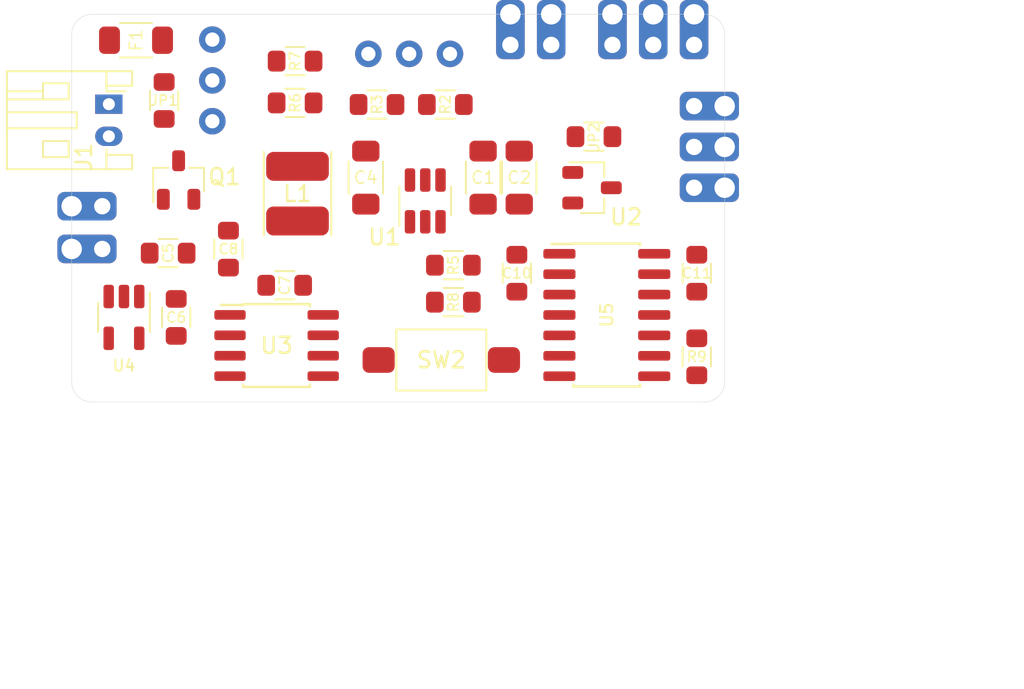
<source format=kicad_pcb>
(kicad_pcb (version 20171130) (host pcbnew "(5.0.1-3-g963ef8bb5)")

  (general
    (thickness 1.6)
    (drawings 12)
    (tracks 0)
    (zones 0)
    (modules 40)
    (nets 21)
  )

  (page A4)
  (title_block
    (title "MCP16251T-based boost SMD module")
    (date 2019-01-21)
    (rev 1)
    (comment 1 creativecommons.org/licenses)
    (comment 2 "CC BY-SA license")
    (comment 3 "Vlad Belous")
  )

  (layers
    (0 F.Cu mixed)
    (31 B.Cu mixed)
    (34 B.Paste user)
    (35 F.Paste user)
    (36 B.SilkS user)
    (37 F.SilkS user)
    (38 B.Mask user)
    (39 F.Mask user)
    (40 Dwgs.User user)
    (41 Cmts.User user)
    (42 Eco1.User user)
    (43 Eco2.User user)
    (44 Edge.Cuts user)
    (45 Margin user)
    (46 B.CrtYd user)
    (47 F.CrtYd user)
    (48 B.Fab user)
    (49 F.Fab user hide)
  )

  (setup
    (last_trace_width 0.2032)
    (user_trace_width 0.2032)
    (user_trace_width 0.4064)
    (user_trace_width 0.6096)
    (trace_clearance 0.2032)
    (zone_clearance 0.4064)
    (zone_45_only no)
    (trace_min 0.1778)
    (segment_width 0.1016)
    (edge_width 0.0254)
    (via_size 0.6604)
    (via_drill 0.3302)
    (via_min_size 0.6096)
    (via_min_drill 0.3048)
    (user_via 0.6604 0.3302)
    (user_via 0.762 0.381)
    (uvia_size 0.3)
    (uvia_drill 0.1)
    (uvias_allowed no)
    (uvia_min_size 0.2)
    (uvia_min_drill 0.1)
    (pcb_text_width 0.3)
    (pcb_text_size 1.5 1.5)
    (mod_edge_width 0.15)
    (mod_text_size 1 1)
    (mod_text_width 0.15)
    (pad_size 2.286 2.286)
    (pad_drill 1.016)
    (pad_to_mask_clearance 0.0508)
    (solder_mask_min_width 0.1778)
    (aux_axis_origin 0 0)
    (visible_elements FFFFFF7F)
    (pcbplotparams
      (layerselection 0x010fc_ffffffff)
      (usegerberextensions false)
      (usegerberattributes false)
      (usegerberadvancedattributes false)
      (creategerberjobfile false)
      (excludeedgelayer true)
      (linewidth 0.100000)
      (plotframeref false)
      (viasonmask false)
      (mode 1)
      (useauxorigin false)
      (hpglpennumber 1)
      (hpglpenspeed 20)
      (hpglpendiameter 15.000000)
      (psnegative false)
      (psa4output false)
      (plotreference true)
      (plotvalue true)
      (plotinvisibletext false)
      (padsonsilk false)
      (subtractmaskfromsilk false)
      (outputformat 1)
      (mirror false)
      (drillshape 1)
      (scaleselection 1)
      (outputdirectory ""))
  )

  (net 0 "")
  (net 1 GND)
  (net 2 VBAT)
  (net 3 VBAT_RAW)
  (net 4 "Net-(L1-Pad2)")
  (net 5 "Net-(R2-Pad2)")
  (net 6 5V)
  (net 7 "Net-(F1-Pad1)")
  (net 8 BOOST_EN)
  (net 9 2V5)
  (net 10 "Net-(C8-Pad2)")
  (net 11 VIN_HV)
  (net 12 UPDI_HV)
  (net 13 TXD_HV)
  (net 14 RXD_HV)
  (net 15 "Net-(JP1-Pad2)")
  (net 16 "Net-(R8-Pad2)")
  (net 17 UPDI)
  (net 18 SHIFT_EN)
  (net 19 RXD)
  (net 20 TXD)

  (net_class Default "This is the default net class."
    (clearance 0.2032)
    (trace_width 0.2032)
    (via_dia 0.6604)
    (via_drill 0.3302)
    (uvia_dia 0.3)
    (uvia_drill 0.1)
    (add_net 2V5)
    (add_net 5V)
    (add_net BOOST_EN)
    (add_net GND)
    (add_net "Net-(C8-Pad2)")
    (add_net "Net-(F1-Pad1)")
    (add_net "Net-(JP1-Pad2)")
    (add_net "Net-(L1-Pad2)")
    (add_net "Net-(R2-Pad2)")
    (add_net "Net-(R8-Pad2)")
    (add_net RXD)
    (add_net RXD_HV)
    (add_net SHIFT_EN)
    (add_net TXD)
    (add_net TXD_HV)
    (add_net UPDI)
    (add_net UPDI_HV)
    (add_net VBAT)
    (add_net VBAT_RAW)
    (add_net VIN_HV)
  )

  (net_class Wide_16mil ""
    (clearance 0.2032)
    (trace_width 0.4064)
    (via_dia 0.762)
    (via_drill 0.381)
    (uvia_dia 0.3)
    (uvia_drill 0.1)
  )

  (module MCP16251_module:1206_HS (layer F.Cu) (tedit 5C0C843B) (tstamp 5C7371FC)
    (at 144.35 106.05 270)
    (descr "Resistor SMD 1206, reflow soldering, Vishay (see dcrcw.pdf)")
    (tags "resistor 1206")
    (path /5C041385)
    (attr smd)
    (fp_text reference C1 (at 0 0) (layer F.SilkS)
      (effects (font (size 0.762 0.762) (thickness 0.1016)))
    )
    (fp_text value 10uF (at 0 1.95 270) (layer F.Fab) hide
      (effects (font (size 1 1) (thickness 0.15)))
    )
    (fp_text user %R (at 0 0 270) (layer F.Fab)
      (effects (font (size 0.7 0.7) (thickness 0.105)))
    )
    (fp_line (start -1.6 0.8) (end -1.6 -0.8) (layer F.Fab) (width 0.1))
    (fp_line (start 1.6 0.8) (end -1.6 0.8) (layer F.Fab) (width 0.1))
    (fp_line (start 1.6 -0.8) (end 1.6 0.8) (layer F.Fab) (width 0.1))
    (fp_line (start -1.6 -0.8) (end 1.6 -0.8) (layer F.Fab) (width 0.1))
    (fp_line (start 1 1.07) (end -1 1.07) (layer F.SilkS) (width 0.12))
    (fp_line (start -1 -1.07) (end 1 -1.07) (layer F.SilkS) (width 0.12))
    (fp_line (start -2.15 -1.11) (end 2.15 -1.11) (layer F.CrtYd) (width 0.05))
    (fp_line (start -2.15 -1.11) (end -2.15 1.1) (layer F.CrtYd) (width 0.05))
    (fp_line (start 2.15 1.1) (end 2.15 -1.11) (layer F.CrtYd) (width 0.05))
    (fp_line (start 2.15 1.1) (end -2.15 1.1) (layer F.CrtYd) (width 0.05))
    (pad 1 smd roundrect (at -1.65 0 270) (size 1.3 1.7) (layers F.Cu F.Paste F.Mask) (roundrect_rratio 0.25)
      (net 6 5V))
    (pad 2 smd roundrect (at 1.65 0 270) (size 1.3 1.7) (layers F.Cu F.Paste F.Mask) (roundrect_rratio 0.25)
      (net 1 GND))
    (model ${KISYS3DMOD}/Resistors_SMD.3dshapes/R_1206.wrl
      (at (xyz 0 0 0))
      (scale (xyz 1 1 1))
      (rotate (xyz 0 0 0))
    )
  )

  (module MCP16251_module:1206_HS (layer F.Cu) (tedit 5C0C843B) (tstamp 5C73720D)
    (at 146.6 106.05 270)
    (descr "Resistor SMD 1206, reflow soldering, Vishay (see dcrcw.pdf)")
    (tags "resistor 1206")
    (path /5C0551E3)
    (attr smd)
    (fp_text reference C2 (at 0 0) (layer F.SilkS)
      (effects (font (size 0.762 0.762) (thickness 0.1016)))
    )
    (fp_text value C (at 0 1.95 270) (layer F.Fab) hide
      (effects (font (size 1 1) (thickness 0.15)))
    )
    (fp_line (start 2.15 1.1) (end -2.15 1.1) (layer F.CrtYd) (width 0.05))
    (fp_line (start 2.15 1.1) (end 2.15 -1.11) (layer F.CrtYd) (width 0.05))
    (fp_line (start -2.15 -1.11) (end -2.15 1.1) (layer F.CrtYd) (width 0.05))
    (fp_line (start -2.15 -1.11) (end 2.15 -1.11) (layer F.CrtYd) (width 0.05))
    (fp_line (start -1 -1.07) (end 1 -1.07) (layer F.SilkS) (width 0.12))
    (fp_line (start 1 1.07) (end -1 1.07) (layer F.SilkS) (width 0.12))
    (fp_line (start -1.6 -0.8) (end 1.6 -0.8) (layer F.Fab) (width 0.1))
    (fp_line (start 1.6 -0.8) (end 1.6 0.8) (layer F.Fab) (width 0.1))
    (fp_line (start 1.6 0.8) (end -1.6 0.8) (layer F.Fab) (width 0.1))
    (fp_line (start -1.6 0.8) (end -1.6 -0.8) (layer F.Fab) (width 0.1))
    (fp_text user %R (at 0 0 270) (layer F.Fab)
      (effects (font (size 0.7 0.7) (thickness 0.105)))
    )
    (pad 2 smd roundrect (at 1.65 0 270) (size 1.3 1.7) (layers F.Cu F.Paste F.Mask) (roundrect_rratio 0.25)
      (net 1 GND))
    (pad 1 smd roundrect (at -1.65 0 270) (size 1.3 1.7) (layers F.Cu F.Paste F.Mask) (roundrect_rratio 0.25)
      (net 6 5V))
    (model ${KISYS3DMOD}/Resistors_SMD.3dshapes/R_1206.wrl
      (at (xyz 0 0 0))
      (scale (xyz 1 1 1))
      (rotate (xyz 0 0 0))
    )
  )

  (module MCP16251_module:1206_HS (layer F.Cu) (tedit 5C0C843B) (tstamp 5C73721E)
    (at 137.05 106.05 270)
    (descr "Resistor SMD 1206, reflow soldering, Vishay (see dcrcw.pdf)")
    (tags "resistor 1206")
    (path /5C03A950)
    (attr smd)
    (fp_text reference C4 (at 0 0) (layer F.SilkS)
      (effects (font (size 0.762 0.762) (thickness 0.1016)))
    )
    (fp_text value 4.7uF (at 0 1.95 270) (layer F.Fab) hide
      (effects (font (size 1 1) (thickness 0.15)))
    )
    (fp_line (start 2.15 1.1) (end -2.15 1.1) (layer F.CrtYd) (width 0.05))
    (fp_line (start 2.15 1.1) (end 2.15 -1.11) (layer F.CrtYd) (width 0.05))
    (fp_line (start -2.15 -1.11) (end -2.15 1.1) (layer F.CrtYd) (width 0.05))
    (fp_line (start -2.15 -1.11) (end 2.15 -1.11) (layer F.CrtYd) (width 0.05))
    (fp_line (start -1 -1.07) (end 1 -1.07) (layer F.SilkS) (width 0.12))
    (fp_line (start 1 1.07) (end -1 1.07) (layer F.SilkS) (width 0.12))
    (fp_line (start -1.6 -0.8) (end 1.6 -0.8) (layer F.Fab) (width 0.1))
    (fp_line (start 1.6 -0.8) (end 1.6 0.8) (layer F.Fab) (width 0.1))
    (fp_line (start 1.6 0.8) (end -1.6 0.8) (layer F.Fab) (width 0.1))
    (fp_line (start -1.6 0.8) (end -1.6 -0.8) (layer F.Fab) (width 0.1))
    (fp_text user %R (at 0 0 270) (layer F.Fab)
      (effects (font (size 0.7 0.7) (thickness 0.105)))
    )
    (pad 2 smd roundrect (at 1.65 0 270) (size 1.3 1.7) (layers F.Cu F.Paste F.Mask) (roundrect_rratio 0.25)
      (net 1 GND))
    (pad 1 smd roundrect (at -1.65 0 270) (size 1.3 1.7) (layers F.Cu F.Paste F.Mask) (roundrect_rratio 0.25)
      (net 2 VBAT))
    (model ${KISYS3DMOD}/Resistors_SMD.3dshapes/R_1206.wrl
      (at (xyz 0 0 0))
      (scale (xyz 1 1 1))
      (rotate (xyz 0 0 0))
    )
  )

  (module MCP16251_module:0805_HS (layer F.Cu) (tedit 5C0C83D5) (tstamp 5C764533)
    (at 124.75 110.75)
    (descr "Resistor SMD 0805, reflow soldering, Vishay (see dcrcw.pdf)")
    (tags "resistor 0805")
    (path /5C4A8324)
    (attr smd)
    (fp_text reference C5 (at 0 0 90) (layer F.SilkS)
      (effects (font (size 0.635 0.635) (thickness 0.1016)))
    )
    (fp_text value 0.1uF (at 0 1.75) (layer F.Fab) hide
      (effects (font (size 1 1) (thickness 0.15)))
    )
    (fp_text user %R (at 0 0) (layer F.Fab)
      (effects (font (size 0.5 0.5) (thickness 0.075)))
    )
    (fp_line (start -1 0.62) (end -1 -0.62) (layer F.Fab) (width 0.1))
    (fp_line (start 1 0.62) (end -1 0.62) (layer F.Fab) (width 0.1))
    (fp_line (start 1 -0.62) (end 1 0.62) (layer F.Fab) (width 0.1))
    (fp_line (start -1 -0.62) (end 1 -0.62) (layer F.Fab) (width 0.1))
    (fp_line (start 0.6 0.88) (end -0.6 0.88) (layer F.SilkS) (width 0.12))
    (fp_line (start -0.6 -0.88) (end 0.6 -0.88) (layer F.SilkS) (width 0.12))
    (fp_line (start -1.55 -0.9) (end 1.55 -0.9) (layer F.CrtYd) (width 0.05))
    (fp_line (start -1.55 -0.9) (end -1.55 0.9) (layer F.CrtYd) (width 0.05))
    (fp_line (start 1.55 0.9) (end 1.55 -0.9) (layer F.CrtYd) (width 0.05))
    (fp_line (start 1.55 0.9) (end -1.55 0.9) (layer F.CrtYd) (width 0.05))
    (pad 1 smd roundrect (at -1.15 0) (size 1.1 1.3) (layers F.Cu F.Paste F.Mask) (roundrect_rratio 0.25)
      (net 1 GND))
    (pad 2 smd roundrect (at 1.15 0) (size 1.1 1.3) (layers F.Cu F.Paste F.Mask) (roundrect_rratio 0.25)
      (net 2 VBAT))
    (model ${KISYS3DMOD}/Resistors_SMD.3dshapes/R_0805.wrl
      (at (xyz 0 0 0))
      (scale (xyz 1 1 1))
      (rotate (xyz 0 0 0))
    )
  )

  (module MCP16251_module:0805_HS (layer F.Cu) (tedit 5C0C83D5) (tstamp 5C764A49)
    (at 125.25 114.75 270)
    (descr "Resistor SMD 0805, reflow soldering, Vishay (see dcrcw.pdf)")
    (tags "resistor 0805")
    (path /5C4AD8B8)
    (attr smd)
    (fp_text reference C6 (at 0 0) (layer F.SilkS)
      (effects (font (size 0.635 0.635) (thickness 0.1016)))
    )
    (fp_text value 0.1uF (at 0 1.75 270) (layer F.Fab) hide
      (effects (font (size 1 1) (thickness 0.15)))
    )
    (fp_line (start 1.55 0.9) (end -1.55 0.9) (layer F.CrtYd) (width 0.05))
    (fp_line (start 1.55 0.9) (end 1.55 -0.9) (layer F.CrtYd) (width 0.05))
    (fp_line (start -1.55 -0.9) (end -1.55 0.9) (layer F.CrtYd) (width 0.05))
    (fp_line (start -1.55 -0.9) (end 1.55 -0.9) (layer F.CrtYd) (width 0.05))
    (fp_line (start -0.6 -0.88) (end 0.6 -0.88) (layer F.SilkS) (width 0.12))
    (fp_line (start 0.6 0.88) (end -0.6 0.88) (layer F.SilkS) (width 0.12))
    (fp_line (start -1 -0.62) (end 1 -0.62) (layer F.Fab) (width 0.1))
    (fp_line (start 1 -0.62) (end 1 0.62) (layer F.Fab) (width 0.1))
    (fp_line (start 1 0.62) (end -1 0.62) (layer F.Fab) (width 0.1))
    (fp_line (start -1 0.62) (end -1 -0.62) (layer F.Fab) (width 0.1))
    (fp_text user %R (at 0 0 270) (layer F.Fab)
      (effects (font (size 0.5 0.5) (thickness 0.075)))
    )
    (pad 2 smd roundrect (at 1.15 0 270) (size 1.1 1.3) (layers F.Cu F.Paste F.Mask) (roundrect_rratio 0.25)
      (net 9 2V5))
    (pad 1 smd roundrect (at -1.15 0 270) (size 1.1 1.3) (layers F.Cu F.Paste F.Mask) (roundrect_rratio 0.25)
      (net 1 GND))
    (model ${KISYS3DMOD}/Resistors_SMD.3dshapes/R_0805.wrl
      (at (xyz 0 0 0))
      (scale (xyz 1 1 1))
      (rotate (xyz 0 0 0))
    )
  )

  (module MCP16251_module:0805_HS (layer F.Cu) (tedit 5C0C83D5) (tstamp 5C764ABE)
    (at 132 112.75 180)
    (descr "Resistor SMD 0805, reflow soldering, Vishay (see dcrcw.pdf)")
    (tags "resistor 0805")
    (path /5C4E78E8)
    (attr smd)
    (fp_text reference C7 (at 0 0 270) (layer F.SilkS)
      (effects (font (size 0.635 0.635) (thickness 0.1016)))
    )
    (fp_text value 0.1uF (at 0 1.75 180) (layer F.Fab) hide
      (effects (font (size 1 1) (thickness 0.15)))
    )
    (fp_text user %R (at 0 0 180) (layer F.Fab)
      (effects (font (size 0.5 0.5) (thickness 0.075)))
    )
    (fp_line (start -1 0.62) (end -1 -0.62) (layer F.Fab) (width 0.1))
    (fp_line (start 1 0.62) (end -1 0.62) (layer F.Fab) (width 0.1))
    (fp_line (start 1 -0.62) (end 1 0.62) (layer F.Fab) (width 0.1))
    (fp_line (start -1 -0.62) (end 1 -0.62) (layer F.Fab) (width 0.1))
    (fp_line (start 0.6 0.88) (end -0.6 0.88) (layer F.SilkS) (width 0.12))
    (fp_line (start -0.6 -0.88) (end 0.6 -0.88) (layer F.SilkS) (width 0.12))
    (fp_line (start -1.55 -0.9) (end 1.55 -0.9) (layer F.CrtYd) (width 0.05))
    (fp_line (start -1.55 -0.9) (end -1.55 0.9) (layer F.CrtYd) (width 0.05))
    (fp_line (start 1.55 0.9) (end 1.55 -0.9) (layer F.CrtYd) (width 0.05))
    (fp_line (start 1.55 0.9) (end -1.55 0.9) (layer F.CrtYd) (width 0.05))
    (pad 1 smd roundrect (at -1.15 0 180) (size 1.1 1.3) (layers F.Cu F.Paste F.Mask) (roundrect_rratio 0.25)
      (net 1 GND))
    (pad 2 smd roundrect (at 1.15 0 180) (size 1.1 1.3) (layers F.Cu F.Paste F.Mask) (roundrect_rratio 0.25)
      (net 9 2V5))
    (model ${KISYS3DMOD}/Resistors_SMD.3dshapes/R_0805.wrl
      (at (xyz 0 0 0))
      (scale (xyz 1 1 1))
      (rotate (xyz 0 0 0))
    )
  )

  (module MCP16251_module:0805_HS (layer F.Cu) (tedit 5C0C83D5) (tstamp 5C737262)
    (at 128.5 110.5 270)
    (descr "Resistor SMD 0805, reflow soldering, Vishay (see dcrcw.pdf)")
    (tags "resistor 0805")
    (path /5C73B3D5)
    (attr smd)
    (fp_text reference C8 (at 0 0) (layer F.SilkS)
      (effects (font (size 0.635 0.635) (thickness 0.1016)))
    )
    (fp_text value 0.1uF (at 0 1.75 270) (layer F.Fab) hide
      (effects (font (size 1 1) (thickness 0.15)))
    )
    (fp_line (start 1.55 0.9) (end -1.55 0.9) (layer F.CrtYd) (width 0.05))
    (fp_line (start 1.55 0.9) (end 1.55 -0.9) (layer F.CrtYd) (width 0.05))
    (fp_line (start -1.55 -0.9) (end -1.55 0.9) (layer F.CrtYd) (width 0.05))
    (fp_line (start -1.55 -0.9) (end 1.55 -0.9) (layer F.CrtYd) (width 0.05))
    (fp_line (start -0.6 -0.88) (end 0.6 -0.88) (layer F.SilkS) (width 0.12))
    (fp_line (start 0.6 0.88) (end -0.6 0.88) (layer F.SilkS) (width 0.12))
    (fp_line (start -1 -0.62) (end 1 -0.62) (layer F.Fab) (width 0.1))
    (fp_line (start 1 -0.62) (end 1 0.62) (layer F.Fab) (width 0.1))
    (fp_line (start 1 0.62) (end -1 0.62) (layer F.Fab) (width 0.1))
    (fp_line (start -1 0.62) (end -1 -0.62) (layer F.Fab) (width 0.1))
    (fp_text user %R (at 0 0 270) (layer F.Fab)
      (effects (font (size 0.5 0.5) (thickness 0.075)))
    )
    (pad 2 smd roundrect (at 1.15 0 270) (size 1.1 1.3) (layers F.Cu F.Paste F.Mask) (roundrect_rratio 0.25)
      (net 10 "Net-(C8-Pad2)"))
    (pad 1 smd roundrect (at -1.15 0 270) (size 1.1 1.3) (layers F.Cu F.Paste F.Mask) (roundrect_rratio 0.25)
      (net 1 GND))
    (model ${KISYS3DMOD}/Resistors_SMD.3dshapes/R_0805.wrl
      (at (xyz 0 0 0))
      (scale (xyz 1 1 1))
      (rotate (xyz 0 0 0))
    )
  )

  (module MCP16251_module:0805_HS (layer F.Cu) (tedit 5C0C83D5) (tstamp 5C737273)
    (at 146.45 112 90)
    (descr "Resistor SMD 0805, reflow soldering, Vishay (see dcrcw.pdf)")
    (tags "resistor 0805")
    (path /5C7D8DB1)
    (attr smd)
    (fp_text reference C10 (at 0 0 180) (layer F.SilkS)
      (effects (font (size 0.635 0.635) (thickness 0.1016)))
    )
    (fp_text value 0.1uF (at 0 1.75 90) (layer F.Fab) hide
      (effects (font (size 1 1) (thickness 0.15)))
    )
    (fp_line (start 1.55 0.9) (end -1.55 0.9) (layer F.CrtYd) (width 0.05))
    (fp_line (start 1.55 0.9) (end 1.55 -0.9) (layer F.CrtYd) (width 0.05))
    (fp_line (start -1.55 -0.9) (end -1.55 0.9) (layer F.CrtYd) (width 0.05))
    (fp_line (start -1.55 -0.9) (end 1.55 -0.9) (layer F.CrtYd) (width 0.05))
    (fp_line (start -0.6 -0.88) (end 0.6 -0.88) (layer F.SilkS) (width 0.12))
    (fp_line (start 0.6 0.88) (end -0.6 0.88) (layer F.SilkS) (width 0.12))
    (fp_line (start -1 -0.62) (end 1 -0.62) (layer F.Fab) (width 0.1))
    (fp_line (start 1 -0.62) (end 1 0.62) (layer F.Fab) (width 0.1))
    (fp_line (start 1 0.62) (end -1 0.62) (layer F.Fab) (width 0.1))
    (fp_line (start -1 0.62) (end -1 -0.62) (layer F.Fab) (width 0.1))
    (fp_text user %R (at 0 0 90) (layer F.Fab)
      (effects (font (size 0.5 0.5) (thickness 0.075)))
    )
    (pad 2 smd roundrect (at 1.15 0 90) (size 1.1 1.3) (layers F.Cu F.Paste F.Mask) (roundrect_rratio 0.25)
      (net 9 2V5))
    (pad 1 smd roundrect (at -1.15 0 90) (size 1.1 1.3) (layers F.Cu F.Paste F.Mask) (roundrect_rratio 0.25)
      (net 1 GND))
    (model ${KISYS3DMOD}/Resistors_SMD.3dshapes/R_0805.wrl
      (at (xyz 0 0 0))
      (scale (xyz 1 1 1))
      (rotate (xyz 0 0 0))
    )
  )

  (module MCP16251_module:0805_HS (layer F.Cu) (tedit 5C0C83D5) (tstamp 5C737284)
    (at 157.65 112 90)
    (descr "Resistor SMD 0805, reflow soldering, Vishay (see dcrcw.pdf)")
    (tags "resistor 0805")
    (path /5C7ECBBC)
    (attr smd)
    (fp_text reference C11 (at 0 0 180) (layer F.SilkS)
      (effects (font (size 0.635 0.635) (thickness 0.1016)))
    )
    (fp_text value 0.1uF (at 0 1.75 90) (layer F.Fab) hide
      (effects (font (size 1 1) (thickness 0.15)))
    )
    (fp_text user %R (at 0 0 90) (layer F.Fab)
      (effects (font (size 0.5 0.5) (thickness 0.075)))
    )
    (fp_line (start -1 0.62) (end -1 -0.62) (layer F.Fab) (width 0.1))
    (fp_line (start 1 0.62) (end -1 0.62) (layer F.Fab) (width 0.1))
    (fp_line (start 1 -0.62) (end 1 0.62) (layer F.Fab) (width 0.1))
    (fp_line (start -1 -0.62) (end 1 -0.62) (layer F.Fab) (width 0.1))
    (fp_line (start 0.6 0.88) (end -0.6 0.88) (layer F.SilkS) (width 0.12))
    (fp_line (start -0.6 -0.88) (end 0.6 -0.88) (layer F.SilkS) (width 0.12))
    (fp_line (start -1.55 -0.9) (end 1.55 -0.9) (layer F.CrtYd) (width 0.05))
    (fp_line (start -1.55 -0.9) (end -1.55 0.9) (layer F.CrtYd) (width 0.05))
    (fp_line (start 1.55 0.9) (end 1.55 -0.9) (layer F.CrtYd) (width 0.05))
    (fp_line (start 1.55 0.9) (end -1.55 0.9) (layer F.CrtYd) (width 0.05))
    (pad 1 smd roundrect (at -1.15 0 90) (size 1.1 1.3) (layers F.Cu F.Paste F.Mask) (roundrect_rratio 0.25)
      (net 1 GND))
    (pad 2 smd roundrect (at 1.15 0 90) (size 1.1 1.3) (layers F.Cu F.Paste F.Mask) (roundrect_rratio 0.25)
      (net 11 VIN_HV))
    (model ${KISYS3DMOD}/Resistors_SMD.3dshapes/R_0805.wrl
      (at (xyz 0 0 0))
      (scale (xyz 1 1 1))
      (rotate (xyz 0 0 0))
    )
  )

  (module MCP16251_module:1206_HS (layer F.Cu) (tedit 5C0C843B) (tstamp 5C764E45)
    (at 122.75 97.5 180)
    (descr "Resistor SMD 1206, reflow soldering, Vishay (see dcrcw.pdf)")
    (tags "resistor 1206")
    (path /5C290274)
    (attr smd)
    (fp_text reference F1 (at 0 0 270) (layer F.SilkS)
      (effects (font (size 0.762 0.762) (thickness 0.1016)))
    )
    (fp_text value Polyfuse (at 0 1.95 180) (layer F.Fab) hide
      (effects (font (size 1 1) (thickness 0.15)))
    )
    (fp_text user %R (at 0 0 180) (layer F.Fab)
      (effects (font (size 0.7 0.7) (thickness 0.105)))
    )
    (fp_line (start -1.6 0.8) (end -1.6 -0.8) (layer F.Fab) (width 0.1))
    (fp_line (start 1.6 0.8) (end -1.6 0.8) (layer F.Fab) (width 0.1))
    (fp_line (start 1.6 -0.8) (end 1.6 0.8) (layer F.Fab) (width 0.1))
    (fp_line (start -1.6 -0.8) (end 1.6 -0.8) (layer F.Fab) (width 0.1))
    (fp_line (start 1 1.07) (end -1 1.07) (layer F.SilkS) (width 0.12))
    (fp_line (start -1 -1.07) (end 1 -1.07) (layer F.SilkS) (width 0.12))
    (fp_line (start -2.15 -1.11) (end 2.15 -1.11) (layer F.CrtYd) (width 0.05))
    (fp_line (start -2.15 -1.11) (end -2.15 1.1) (layer F.CrtYd) (width 0.05))
    (fp_line (start 2.15 1.1) (end 2.15 -1.11) (layer F.CrtYd) (width 0.05))
    (fp_line (start 2.15 1.1) (end -2.15 1.1) (layer F.CrtYd) (width 0.05))
    (pad 1 smd roundrect (at -1.65 0 180) (size 1.3 1.7) (layers F.Cu F.Paste F.Mask) (roundrect_rratio 0.25)
      (net 7 "Net-(F1-Pad1)"))
    (pad 2 smd roundrect (at 1.65 0 180) (size 1.3 1.7) (layers F.Cu F.Paste F.Mask) (roundrect_rratio 0.25)
      (net 3 VBAT_RAW))
    (model ${KISYS3DMOD}/Resistors_SMD.3dshapes/R_1206.wrl
      (at (xyz 0 0 0))
      (scale (xyz 1 1 1))
      (rotate (xyz 0 0 0))
    )
  )

  (module Connectors_JST:JST_PH_S2B-PH-K_02x2.00mm_Angled (layer F.Cu) (tedit 58D3FE32) (tstamp 5C7372C4)
    (at 121.06 101.48 270)
    (descr "JST PH series connector, S2B-PH-K, side entry type, through hole, Datasheet: http://www.jst-mfg.com/product/pdf/eng/ePH.pdf")
    (tags "connector jst ph")
    (path /5C074DA3)
    (fp_text reference J1 (at 3.27 1.56 270) (layer F.SilkS)
      (effects (font (size 1 1) (thickness 0.15)))
    )
    (fp_text value JST_PH_Header (at 1 7.25 270) (layer F.Fab)
      (effects (font (size 1 1) (thickness 0.15)))
    )
    (fp_text user %R (at 1 2.5 270) (layer F.Fab)
      (effects (font (size 1 1) (thickness 0.15)))
    )
    (fp_line (start 0.5 1.35) (end 0 0.85) (layer F.Fab) (width 0.1))
    (fp_line (start -0.5 1.35) (end 0.5 1.35) (layer F.Fab) (width 0.1))
    (fp_line (start 0 0.85) (end -0.5 1.35) (layer F.Fab) (width 0.1))
    (fp_line (start -0.8 0.15) (end -0.8 -1.05) (layer F.SilkS) (width 0.12))
    (fp_line (start 3.25 0.25) (end -1.25 0.25) (layer F.Fab) (width 0.1))
    (fp_line (start 3.25 -1.35) (end 3.25 0.25) (layer F.Fab) (width 0.1))
    (fp_line (start 3.95 -1.35) (end 3.25 -1.35) (layer F.Fab) (width 0.1))
    (fp_line (start 3.95 6.25) (end 3.95 -1.35) (layer F.Fab) (width 0.1))
    (fp_line (start -1.95 6.25) (end 3.95 6.25) (layer F.Fab) (width 0.1))
    (fp_line (start -1.95 -1.35) (end -1.95 6.25) (layer F.Fab) (width 0.1))
    (fp_line (start -1.25 -1.35) (end -1.95 -1.35) (layer F.Fab) (width 0.1))
    (fp_line (start -1.25 0.25) (end -1.25 -1.35) (layer F.Fab) (width 0.1))
    (fp_line (start 4.45 -1.85) (end -2.45 -1.85) (layer F.CrtYd) (width 0.05))
    (fp_line (start 4.45 6.75) (end 4.45 -1.85) (layer F.CrtYd) (width 0.05))
    (fp_line (start -2.45 6.75) (end 4.45 6.75) (layer F.CrtYd) (width 0.05))
    (fp_line (start -2.45 -1.85) (end -2.45 6.75) (layer F.CrtYd) (width 0.05))
    (fp_line (start -0.8 4.1) (end -0.8 6.35) (layer F.SilkS) (width 0.12))
    (fp_line (start -0.3 4.1) (end -0.3 6.35) (layer F.SilkS) (width 0.12))
    (fp_line (start 2.3 2.5) (end 3.3 2.5) (layer F.SilkS) (width 0.12))
    (fp_line (start 2.3 4.1) (end 2.3 2.5) (layer F.SilkS) (width 0.12))
    (fp_line (start 3.3 4.1) (end 2.3 4.1) (layer F.SilkS) (width 0.12))
    (fp_line (start 3.3 2.5) (end 3.3 4.1) (layer F.SilkS) (width 0.12))
    (fp_line (start -0.3 2.5) (end -1.3 2.5) (layer F.SilkS) (width 0.12))
    (fp_line (start -0.3 4.1) (end -0.3 2.5) (layer F.SilkS) (width 0.12))
    (fp_line (start -1.3 4.1) (end -0.3 4.1) (layer F.SilkS) (width 0.12))
    (fp_line (start -1.3 2.5) (end -1.3 4.1) (layer F.SilkS) (width 0.12))
    (fp_line (start 4.05 0.15) (end 3.15 0.15) (layer F.SilkS) (width 0.12))
    (fp_line (start -2.05 0.15) (end -1.15 0.15) (layer F.SilkS) (width 0.12))
    (fp_line (start 3.15 0.15) (end 2.8 0.15) (layer F.SilkS) (width 0.12))
    (fp_line (start 3.15 -1.45) (end 3.15 0.15) (layer F.SilkS) (width 0.12))
    (fp_line (start 4.05 -1.45) (end 3.15 -1.45) (layer F.SilkS) (width 0.12))
    (fp_line (start 4.05 6.35) (end 4.05 -1.45) (layer F.SilkS) (width 0.12))
    (fp_line (start -2.05 6.35) (end 4.05 6.35) (layer F.SilkS) (width 0.12))
    (fp_line (start -2.05 -1.45) (end -2.05 6.35) (layer F.SilkS) (width 0.12))
    (fp_line (start -1.15 -1.45) (end -2.05 -1.45) (layer F.SilkS) (width 0.12))
    (fp_line (start -1.15 0.15) (end -1.15 -1.45) (layer F.SilkS) (width 0.12))
    (fp_line (start -0.8 0.15) (end -1.15 0.15) (layer F.SilkS) (width 0.12))
    (fp_line (start 1.5 2) (end 1.5 6.35) (layer F.SilkS) (width 0.12))
    (fp_line (start 0.5 2) (end 1.5 2) (layer F.SilkS) (width 0.12))
    (fp_line (start 0.5 6.35) (end 0.5 2) (layer F.SilkS) (width 0.12))
    (pad 2 thru_hole oval (at 2 0 270) (size 1.2 1.7) (drill 0.75) (layers *.Cu *.Mask)
      (net 1 GND))
    (pad 1 thru_hole rect (at 0 0 270) (size 1.2 1.7) (drill 0.75) (layers *.Cu *.Mask)
      (net 3 VBAT_RAW))
    (model ${KISYS3DMOD}/Connectors_JST.3dshapes/JST_PH_S2B-PH-K_02x2.00mm_Angled.wrl
      (at (xyz 0 0 0))
      (scale (xyz 1 1 1))
      (rotate (xyz 0 0 0))
    )
  )

  (module MCP16251_module:Conn_01x01_cast (layer F.Cu) (tedit 5C735582) (tstamp 5C7644A2)
    (at 118.745 107.83)
    (path /5C706B5F)
    (fp_text reference J2 (at 5.08 0) (layer F.SilkS) hide
      (effects (font (size 1 1) (thickness 0.15)))
    )
    (fp_text value THT_Castellated (at 2.54 -2.54) (layer F.Fab) hide
      (effects (font (size 1 1) (thickness 0.15)))
    )
    (fp_line (start 0 -1.27) (end 0 1.27) (layer F.Fab) (width 0.254))
    (pad 1 thru_hole roundrect (at 0 0) (size 1.778 1.778) (drill 1.27) (layers *.Cu *.Mask) (roundrect_rratio 0.25)
      (net 3 VBAT_RAW))
    (pad 1 thru_hole roundrect (at 1.905 0) (size 2.794 1.778) (drill 1.016 (offset -0.508 0)) (layers *.Cu *.Mask) (roundrect_rratio 0.25)
      (net 3 VBAT_RAW))
  )

  (module MCP16251_module:Conn_01x01_cast (layer F.Cu) (tedit 5C735582) (tstamp 5C7372D2)
    (at 118.745 110.49)
    (path /5C721D3E)
    (fp_text reference J3 (at 5.08 0) (layer F.SilkS) hide
      (effects (font (size 1 1) (thickness 0.15)))
    )
    (fp_text value THT_Castellated (at 2.54 -2.54) (layer F.Fab) hide
      (effects (font (size 1 1) (thickness 0.15)))
    )
    (fp_line (start 0 -1.27) (end 0 1.27) (layer F.Fab) (width 0.254))
    (pad 1 thru_hole roundrect (at 1.905 0) (size 2.794 1.778) (drill 1.016 (offset -0.508 0)) (layers *.Cu *.Mask) (roundrect_rratio 0.25)
      (net 1 GND))
    (pad 1 thru_hole roundrect (at 0 0) (size 1.778 1.778) (drill 1.27) (layers *.Cu *.Mask) (roundrect_rratio 0.25)
      (net 1 GND))
  )

  (module MCP16251_module:Conn_01x01_cast (layer F.Cu) (tedit 5C735582) (tstamp 5C7648E0)
    (at 152.4 95.885 270)
    (path /5C7B482B)
    (fp_text reference J4 (at 5.08 0 270) (layer F.SilkS) hide
      (effects (font (size 1 1) (thickness 0.15)))
    )
    (fp_text value THT_Castellated (at 2.54 -2.54 270) (layer F.Fab) hide
      (effects (font (size 1 1) (thickness 0.15)))
    )
    (fp_line (start 0 -1.27) (end 0 1.27) (layer F.Fab) (width 0.254))
    (pad 1 thru_hole roundrect (at 1.905 0 270) (size 2.794 1.778) (drill 1.016 (offset -0.508 0)) (layers *.Cu *.Mask) (roundrect_rratio 0.25)
      (net 11 VIN_HV))
    (pad 1 thru_hole roundrect (at 0 0 270) (size 1.778 1.778) (drill 1.27) (layers *.Cu *.Mask) (roundrect_rratio 0.25)
      (net 11 VIN_HV))
  )

  (module MCP16251_module:Conn_01x01_cast (layer F.Cu) (tedit 5C735582) (tstamp 5C7648CE)
    (at 154.94 95.885 270)
    (path /5C734540)
    (fp_text reference J5 (at 5.08 0 270) (layer F.SilkS) hide
      (effects (font (size 1 1) (thickness 0.15)))
    )
    (fp_text value THT_Castellated (at 2.54 -2.54 270) (layer F.Fab) hide
      (effects (font (size 1 1) (thickness 0.15)))
    )
    (fp_line (start 0 -1.27) (end 0 1.27) (layer F.Fab) (width 0.254))
    (pad 1 thru_hole roundrect (at 0 0 270) (size 1.778 1.778) (drill 1.27) (layers *.Cu *.Mask) (roundrect_rratio 0.25)
      (net 12 UPDI_HV))
    (pad 1 thru_hole roundrect (at 1.905 0 270) (size 2.794 1.778) (drill 1.016 (offset -0.508 0)) (layers *.Cu *.Mask) (roundrect_rratio 0.25)
      (net 12 UPDI_HV))
  )

  (module MCP16251_module:Conn_01x01_cast (layer F.Cu) (tedit 5C735582) (tstamp 5C7648BC)
    (at 157.48 95.885 270)
    (path /5C734546)
    (fp_text reference J6 (at 5.08 0 270) (layer F.SilkS) hide
      (effects (font (size 1 1) (thickness 0.15)))
    )
    (fp_text value THT_Castellated (at 2.54 -2.54 270) (layer F.Fab) hide
      (effects (font (size 1 1) (thickness 0.15)))
    )
    (fp_line (start 0 -1.27) (end 0 1.27) (layer F.Fab) (width 0.254))
    (pad 1 thru_hole roundrect (at 1.905 0 270) (size 2.794 1.778) (drill 1.016 (offset -0.508 0)) (layers *.Cu *.Mask) (roundrect_rratio 0.25)
      (net 1 GND))
    (pad 1 thru_hole roundrect (at 0 0 270) (size 1.778 1.778) (drill 1.27) (layers *.Cu *.Mask) (roundrect_rratio 0.25)
      (net 1 GND))
  )

  (module MCP16251_module:Conn_01x01_cast (layer F.Cu) (tedit 5C735582) (tstamp 5C7648AA)
    (at 159.385 101.6 180)
    (path /5C7548B7)
    (fp_text reference J7 (at 5.08 0 180) (layer F.SilkS) hide
      (effects (font (size 1 1) (thickness 0.15)))
    )
    (fp_text value THT_Castellated (at 2.54 -2.54 180) (layer F.Fab) hide
      (effects (font (size 1 1) (thickness 0.15)))
    )
    (fp_line (start 0 -1.27) (end 0 1.27) (layer F.Fab) (width 0.254))
    (pad 1 thru_hole roundrect (at 0 0 180) (size 1.778 1.778) (drill 1.27) (layers *.Cu *.Mask) (roundrect_rratio 0.25)
      (net 13 TXD_HV))
    (pad 1 thru_hole roundrect (at 1.905 0 180) (size 2.794 1.778) (drill 1.016 (offset -0.508 0)) (layers *.Cu *.Mask) (roundrect_rratio 0.25)
      (net 13 TXD_HV))
  )

  (module MCP16251_module:Conn_01x01_cast (layer F.Cu) (tedit 5C735582) (tstamp 5C764898)
    (at 159.385 104.14 180)
    (path /5C7548BD)
    (fp_text reference J8 (at 5.08 0 180) (layer F.SilkS) hide
      (effects (font (size 1 1) (thickness 0.15)))
    )
    (fp_text value THT_Castellated (at 2.54 -2.54 180) (layer F.Fab) hide
      (effects (font (size 1 1) (thickness 0.15)))
    )
    (fp_line (start 0 -1.27) (end 0 1.27) (layer F.Fab) (width 0.254))
    (pad 1 thru_hole roundrect (at 1.905 0 180) (size 2.794 1.778) (drill 1.016 (offset -0.508 0)) (layers *.Cu *.Mask) (roundrect_rratio 0.25)
      (net 14 RXD_HV))
    (pad 1 thru_hole roundrect (at 0 0 180) (size 1.778 1.778) (drill 1.27) (layers *.Cu *.Mask) (roundrect_rratio 0.25)
      (net 14 RXD_HV))
  )

  (module MCP16251_module:Conn_01x01_cast (layer F.Cu) (tedit 5C735582) (tstamp 5C7648FF)
    (at 159.385 106.68 180)
    (path /5C766F0F)
    (fp_text reference J9 (at 5.08 0 180) (layer F.SilkS) hide
      (effects (font (size 1 1) (thickness 0.15)))
    )
    (fp_text value THT_Castellated (at 2.54 -2.54 180) (layer F.Fab) hide
      (effects (font (size 1 1) (thickness 0.15)))
    )
    (fp_line (start 0 -1.27) (end 0 1.27) (layer F.Fab) (width 0.254))
    (pad 1 thru_hole roundrect (at 0 0 180) (size 1.778 1.778) (drill 1.27) (layers *.Cu *.Mask) (roundrect_rratio 0.25)
      (net 1 GND))
    (pad 1 thru_hole roundrect (at 1.905 0 180) (size 2.794 1.778) (drill 1.016 (offset -0.508 0)) (layers *.Cu *.Mask) (roundrect_rratio 0.25)
      (net 1 GND))
  )

  (module MCP16251_module:Conn_01x01_cast (layer F.Cu) (tedit 5C735582) (tstamp 5C737303)
    (at 146.05 95.885 270)
    (path /5C721837)
    (fp_text reference J10 (at 5.08 0 270) (layer F.SilkS) hide
      (effects (font (size 1 1) (thickness 0.15)))
    )
    (fp_text value THT_Castellated (at 2.54 -2.54 270) (layer F.Fab) hide
      (effects (font (size 1 1) (thickness 0.15)))
    )
    (fp_line (start 0 -1.27) (end 0 1.27) (layer F.Fab) (width 0.254))
    (pad 1 thru_hole roundrect (at 0 0 270) (size 1.778 1.778) (drill 1.27) (layers *.Cu *.Mask) (roundrect_rratio 0.25)
      (net 6 5V))
    (pad 1 thru_hole roundrect (at 1.905 0 270) (size 2.794 1.778) (drill 1.016 (offset -0.508 0)) (layers *.Cu *.Mask) (roundrect_rratio 0.25)
      (net 6 5V))
  )

  (module MCP16251_module:Conn_01x01_cast (layer F.Cu) (tedit 5C735582) (tstamp 5C7643A1)
    (at 148.59 95.885 270)
    (path /5C727461)
    (fp_text reference J11 (at 5.08 0 270) (layer F.SilkS) hide
      (effects (font (size 1 1) (thickness 0.15)))
    )
    (fp_text value THT_Castellated (at 2.54 -2.54 270) (layer F.Fab) hide
      (effects (font (size 1 1) (thickness 0.15)))
    )
    (fp_line (start 0 -1.27) (end 0 1.27) (layer F.Fab) (width 0.254))
    (pad 1 thru_hole roundrect (at 1.905 0 270) (size 2.794 1.778) (drill 1.016 (offset -0.508 0)) (layers *.Cu *.Mask) (roundrect_rratio 0.25)
      (net 1 GND))
    (pad 1 thru_hole roundrect (at 0 0 270) (size 1.778 1.778) (drill 1.27) (layers *.Cu *.Mask) (roundrect_rratio 0.25)
      (net 1 GND))
  )

  (module MCP16251_module:0805_HS (layer F.Cu) (tedit 5C0C83D5) (tstamp 5C73731B)
    (at 124.5 101.25 270)
    (descr "Resistor SMD 0805, reflow soldering, Vishay (see dcrcw.pdf)")
    (tags "resistor 0805")
    (path /5C08228F)
    (attr smd)
    (fp_text reference JP1 (at 0 0) (layer F.SilkS)
      (effects (font (size 0.635 0.635) (thickness 0.1016)))
    )
    (fp_text value Jumper (at 0 1.75 270) (layer F.Fab) hide
      (effects (font (size 1 1) (thickness 0.15)))
    )
    (fp_text user %R (at 0 0 270) (layer F.Fab)
      (effects (font (size 0.5 0.5) (thickness 0.075)))
    )
    (fp_line (start -1 0.62) (end -1 -0.62) (layer F.Fab) (width 0.1))
    (fp_line (start 1 0.62) (end -1 0.62) (layer F.Fab) (width 0.1))
    (fp_line (start 1 -0.62) (end 1 0.62) (layer F.Fab) (width 0.1))
    (fp_line (start -1 -0.62) (end 1 -0.62) (layer F.Fab) (width 0.1))
    (fp_line (start 0.6 0.88) (end -0.6 0.88) (layer F.SilkS) (width 0.12))
    (fp_line (start -0.6 -0.88) (end 0.6 -0.88) (layer F.SilkS) (width 0.12))
    (fp_line (start -1.55 -0.9) (end 1.55 -0.9) (layer F.CrtYd) (width 0.05))
    (fp_line (start -1.55 -0.9) (end -1.55 0.9) (layer F.CrtYd) (width 0.05))
    (fp_line (start 1.55 0.9) (end 1.55 -0.9) (layer F.CrtYd) (width 0.05))
    (fp_line (start 1.55 0.9) (end -1.55 0.9) (layer F.CrtYd) (width 0.05))
    (pad 1 smd roundrect (at -1.15 0 270) (size 1.1 1.3) (layers F.Cu F.Paste F.Mask) (roundrect_rratio 0.25)
      (net 7 "Net-(F1-Pad1)"))
    (pad 2 smd roundrect (at 1.15 0 270) (size 1.1 1.3) (layers F.Cu F.Paste F.Mask) (roundrect_rratio 0.25)
      (net 15 "Net-(JP1-Pad2)"))
    (model ${KISYS3DMOD}/Resistors_SMD.3dshapes/R_0805.wrl
      (at (xyz 0 0 0))
      (scale (xyz 1 1 1))
      (rotate (xyz 0 0 0))
    )
  )

  (module MCP16251_module:0805_HS (layer F.Cu) (tedit 5C0C83D5) (tstamp 5C76531C)
    (at 151.25 103.5 180)
    (descr "Resistor SMD 0805, reflow soldering, Vishay (see dcrcw.pdf)")
    (tags "resistor 0805")
    (path /5C6D29FF)
    (attr smd)
    (fp_text reference JP2 (at 0 0 270) (layer F.SilkS)
      (effects (font (size 0.635 0.635) (thickness 0.1016)))
    )
    (fp_text value Jumper (at 0 1.75 180) (layer F.Fab) hide
      (effects (font (size 1 1) (thickness 0.15)))
    )
    (fp_text user %R (at 0 0 180) (layer F.Fab)
      (effects (font (size 0.5 0.5) (thickness 0.075)))
    )
    (fp_line (start -1 0.62) (end -1 -0.62) (layer F.Fab) (width 0.1))
    (fp_line (start 1 0.62) (end -1 0.62) (layer F.Fab) (width 0.1))
    (fp_line (start 1 -0.62) (end 1 0.62) (layer F.Fab) (width 0.1))
    (fp_line (start -1 -0.62) (end 1 -0.62) (layer F.Fab) (width 0.1))
    (fp_line (start 0.6 0.88) (end -0.6 0.88) (layer F.SilkS) (width 0.12))
    (fp_line (start -0.6 -0.88) (end 0.6 -0.88) (layer F.SilkS) (width 0.12))
    (fp_line (start -1.55 -0.9) (end 1.55 -0.9) (layer F.CrtYd) (width 0.05))
    (fp_line (start -1.55 -0.9) (end -1.55 0.9) (layer F.CrtYd) (width 0.05))
    (fp_line (start 1.55 0.9) (end 1.55 -0.9) (layer F.CrtYd) (width 0.05))
    (fp_line (start 1.55 0.9) (end -1.55 0.9) (layer F.CrtYd) (width 0.05))
    (pad 1 smd roundrect (at -1.15 0 180) (size 1.1 1.3) (layers F.Cu F.Paste F.Mask) (roundrect_rratio 0.25)
      (net 11 VIN_HV))
    (pad 2 smd roundrect (at 1.15 0 180) (size 1.1 1.3) (layers F.Cu F.Paste F.Mask) (roundrect_rratio 0.25)
      (net 6 5V))
    (model ${KISYS3DMOD}/Resistors_SMD.3dshapes/R_0805.wrl
      (at (xyz 0 0 0))
      (scale (xyz 1 1 1))
      (rotate (xyz 0 0 0))
    )
  )

  (module MCP16251_module:L_Taiyo-Yuden_NR-S-40xx_HS (layer F.Cu) (tedit 5C7355AC) (tstamp 5C737345)
    (at 132.8 107.05 270)
    (descr "Inductor, Taiyo Yuden, NR series, Taiyo-Yuden_NR-40xx, 4.0mmx4.0mm")
    (tags "inductor taiyo-yuden nr smd")
    (path /5C03B30E)
    (attr smd)
    (fp_text reference L1 (at 0 0) (layer F.SilkS)
      (effects (font (size 1 1) (thickness 0.15)))
    )
    (fp_text value 4.7uH (at 0 3.5 270) (layer F.Fab) hide
      (effects (font (size 1 1) (thickness 0.15)))
    )
    (fp_line (start 2.6 -2.25) (end -2.6 -2.25) (layer F.CrtYd) (width 0.05))
    (fp_line (start 2.6 2.25) (end 2.6 -2.25) (layer F.CrtYd) (width 0.05))
    (fp_line (start -2.6 2.25) (end 2.6 2.25) (layer F.CrtYd) (width 0.05))
    (fp_line (start -2.6 -2.25) (end -2.6 2.25) (layer F.CrtYd) (width 0.05))
    (fp_line (start -2.6 2.1) (end 2.6 2.1) (layer F.SilkS) (width 0.12))
    (fp_line (start -2.6 -2.1) (end 2.6 -2.1) (layer F.SilkS) (width 0.12))
    (fp_line (start -1.25 2) (end 0 2) (layer F.Fab) (width 0.1))
    (fp_line (start -2 1.25) (end -1.25 2) (layer F.Fab) (width 0.1))
    (fp_line (start -2 0) (end -2 1.25) (layer F.Fab) (width 0.1))
    (fp_line (start 1.25 2) (end 0 2) (layer F.Fab) (width 0.1))
    (fp_line (start 2 1.25) (end 1.25 2) (layer F.Fab) (width 0.1))
    (fp_line (start 2 0) (end 2 1.25) (layer F.Fab) (width 0.1))
    (fp_line (start 1.25 -2) (end 0 -2) (layer F.Fab) (width 0.1))
    (fp_line (start 2 -1.25) (end 1.25 -2) (layer F.Fab) (width 0.1))
    (fp_line (start 2 0) (end 2 -1.25) (layer F.Fab) (width 0.1))
    (fp_line (start -1.25 -2) (end 0 -2) (layer F.Fab) (width 0.1))
    (fp_line (start -2 -1.25) (end -1.25 -2) (layer F.Fab) (width 0.1))
    (fp_line (start -2 0) (end -2 -1.25) (layer F.Fab) (width 0.1))
    (fp_text user %R (at 0 0 270) (layer F.Fab)
      (effects (font (size 1 1) (thickness 0.15)))
    )
    (pad 2 smd roundrect (at 1.7 0 270) (size 1.8 3.9) (layers F.Cu F.Paste F.Mask) (roundrect_rratio 0.25)
      (net 4 "Net-(L1-Pad2)"))
    (pad 1 smd roundrect (at -1.7 0 270) (size 1.8 3.9) (layers F.Cu F.Paste F.Mask) (roundrect_rratio 0.25)
      (net 2 VBAT))
    (model ${KISYS3DMOD}/Inductors_SMD.3dshapes/L_Taiyo-Yuden_NR-40xx.wrl
      (at (xyz 0 0 0))
      (scale (xyz 1 1 1))
      (rotate (xyz 0 0 0))
    )
  )

  (module MCP16251_module:SOT-23_HS (layer F.Cu) (tedit 5C0493AE) (tstamp 5C73735A)
    (at 125.4 106.2 90)
    (descr "SOT-23, Standard")
    (tags SOT-23)
    (path /5C038257)
    (attr smd)
    (fp_text reference Q1 (at 0.2 2.85 180) (layer F.SilkS)
      (effects (font (size 1 1) (thickness 0.15)))
    )
    (fp_text value Q_PMOS_GSD (at 0 2.5 90) (layer F.Fab) hide
      (effects (font (size 1 1) (thickness 0.15)))
    )
    (fp_line (start 0.76 1.58) (end -0.7 1.58) (layer F.SilkS) (width 0.12))
    (fp_line (start 0.76 -1.58) (end -1.4 -1.58) (layer F.SilkS) (width 0.12))
    (fp_line (start -1.7 1.75) (end -1.7 -1.75) (layer F.CrtYd) (width 0.05))
    (fp_line (start 1.7 1.75) (end -1.7 1.75) (layer F.CrtYd) (width 0.05))
    (fp_line (start 1.7 -1.75) (end 1.7 1.75) (layer F.CrtYd) (width 0.05))
    (fp_line (start -1.7 -1.75) (end 1.7 -1.75) (layer F.CrtYd) (width 0.05))
    (fp_line (start 0.76 -1.58) (end 0.76 -0.65) (layer F.SilkS) (width 0.12))
    (fp_line (start 0.76 1.58) (end 0.76 0.65) (layer F.SilkS) (width 0.12))
    (fp_line (start -0.7 1.52) (end 0.7 1.52) (layer F.Fab) (width 0.1))
    (fp_line (start 0.7 -1.52) (end 0.7 1.52) (layer F.Fab) (width 0.1))
    (fp_line (start -0.7 -0.95) (end -0.15 -1.52) (layer F.Fab) (width 0.1))
    (fp_line (start -0.15 -1.52) (end 0.7 -1.52) (layer F.Fab) (width 0.1))
    (fp_line (start -0.7 -0.95) (end -0.7 1.5) (layer F.Fab) (width 0.1))
    (fp_text user %R (at 0 0 180) (layer F.Fab)
      (effects (font (size 0.5 0.5) (thickness 0.075)))
    )
    (pad 3 smd roundrect (at 1.2 0 90) (size 1.3 0.8) (layers F.Cu F.Paste F.Mask) (roundrect_rratio 0.25)
      (net 15 "Net-(JP1-Pad2)"))
    (pad 2 smd roundrect (at -1.2 0.95 90) (size 1.3 0.8) (layers F.Cu F.Paste F.Mask) (roundrect_rratio 0.25)
      (net 2 VBAT))
    (pad 1 smd roundrect (at -1.2 -0.95 90) (size 1.3 0.8) (layers F.Cu F.Paste F.Mask) (roundrect_rratio 0.25)
      (net 1 GND))
    (model ${KISYS3DMOD}/TO_SOT_Packages_SMD.3dshapes/SOT-23.wrl
      (at (xyz 0 0 0))
      (scale (xyz 1 1 1))
      (rotate (xyz 0 0 0))
    )
  )

  (module MCP16251_module:0805_HS (layer F.Cu) (tedit 5C0C83D5) (tstamp 5C7651E7)
    (at 142 101.5 180)
    (descr "Resistor SMD 0805, reflow soldering, Vishay (see dcrcw.pdf)")
    (tags "resistor 0805")
    (path /5C03BA24)
    (attr smd)
    (fp_text reference R2 (at 0 0 -90) (layer F.SilkS)
      (effects (font (size 0.635 0.635) (thickness 0.1016)))
    )
    (fp_text value R (at 0 1.75 180) (layer F.Fab) hide
      (effects (font (size 1 1) (thickness 0.15)))
    )
    (fp_text user %R (at 0 0 180) (layer F.Fab)
      (effects (font (size 0.5 0.5) (thickness 0.075)))
    )
    (fp_line (start -1 0.62) (end -1 -0.62) (layer F.Fab) (width 0.1))
    (fp_line (start 1 0.62) (end -1 0.62) (layer F.Fab) (width 0.1))
    (fp_line (start 1 -0.62) (end 1 0.62) (layer F.Fab) (width 0.1))
    (fp_line (start -1 -0.62) (end 1 -0.62) (layer F.Fab) (width 0.1))
    (fp_line (start 0.6 0.88) (end -0.6 0.88) (layer F.SilkS) (width 0.12))
    (fp_line (start -0.6 -0.88) (end 0.6 -0.88) (layer F.SilkS) (width 0.12))
    (fp_line (start -1.55 -0.9) (end 1.55 -0.9) (layer F.CrtYd) (width 0.05))
    (fp_line (start -1.55 -0.9) (end -1.55 0.9) (layer F.CrtYd) (width 0.05))
    (fp_line (start 1.55 0.9) (end 1.55 -0.9) (layer F.CrtYd) (width 0.05))
    (fp_line (start 1.55 0.9) (end -1.55 0.9) (layer F.CrtYd) (width 0.05))
    (pad 1 smd roundrect (at -1.15 0 180) (size 1.1 1.3) (layers F.Cu F.Paste F.Mask) (roundrect_rratio 0.25)
      (net 6 5V))
    (pad 2 smd roundrect (at 1.15 0 180) (size 1.1 1.3) (layers F.Cu F.Paste F.Mask) (roundrect_rratio 0.25)
      (net 5 "Net-(R2-Pad2)"))
    (model ${KISYS3DMOD}/Resistors_SMD.3dshapes/R_0805.wrl
      (at (xyz 0 0 0))
      (scale (xyz 1 1 1))
      (rotate (xyz 0 0 0))
    )
  )

  (module MCP16251_module:0805_HS (layer F.Cu) (tedit 5C0C83D5) (tstamp 5C7651B7)
    (at 137.75 101.5 180)
    (descr "Resistor SMD 0805, reflow soldering, Vishay (see dcrcw.pdf)")
    (tags "resistor 0805")
    (path /5C03BA8B)
    (attr smd)
    (fp_text reference R3 (at 0 0 -90) (layer F.SilkS)
      (effects (font (size 0.635 0.635) (thickness 0.1016)))
    )
    (fp_text value R (at 0 1.75 180) (layer F.Fab) hide
      (effects (font (size 1 1) (thickness 0.15)))
    )
    (fp_line (start 1.55 0.9) (end -1.55 0.9) (layer F.CrtYd) (width 0.05))
    (fp_line (start 1.55 0.9) (end 1.55 -0.9) (layer F.CrtYd) (width 0.05))
    (fp_line (start -1.55 -0.9) (end -1.55 0.9) (layer F.CrtYd) (width 0.05))
    (fp_line (start -1.55 -0.9) (end 1.55 -0.9) (layer F.CrtYd) (width 0.05))
    (fp_line (start -0.6 -0.88) (end 0.6 -0.88) (layer F.SilkS) (width 0.12))
    (fp_line (start 0.6 0.88) (end -0.6 0.88) (layer F.SilkS) (width 0.12))
    (fp_line (start -1 -0.62) (end 1 -0.62) (layer F.Fab) (width 0.1))
    (fp_line (start 1 -0.62) (end 1 0.62) (layer F.Fab) (width 0.1))
    (fp_line (start 1 0.62) (end -1 0.62) (layer F.Fab) (width 0.1))
    (fp_line (start -1 0.62) (end -1 -0.62) (layer F.Fab) (width 0.1))
    (fp_text user %R (at 0 0 180) (layer F.Fab)
      (effects (font (size 0.5 0.5) (thickness 0.075)))
    )
    (pad 2 smd roundrect (at 1.15 0 180) (size 1.1 1.3) (layers F.Cu F.Paste F.Mask) (roundrect_rratio 0.25)
      (net 1 GND))
    (pad 1 smd roundrect (at -1.15 0 180) (size 1.1 1.3) (layers F.Cu F.Paste F.Mask) (roundrect_rratio 0.25)
      (net 5 "Net-(R2-Pad2)"))
    (model ${KISYS3DMOD}/Resistors_SMD.3dshapes/R_0805.wrl
      (at (xyz 0 0 0))
      (scale (xyz 1 1 1))
      (rotate (xyz 0 0 0))
    )
  )

  (module MCP16251_module:0805_HS (layer F.Cu) (tedit 5C0C83D5) (tstamp 5C74C52C)
    (at 142.5 111.5 180)
    (descr "Resistor SMD 0805, reflow soldering, Vishay (see dcrcw.pdf)")
    (tags "resistor 0805")
    (path /5C264C54)
    (attr smd)
    (fp_text reference R5 (at 0 0 270) (layer F.SilkS)
      (effects (font (size 0.635 0.635) (thickness 0.1016)))
    )
    (fp_text value 100k (at 0 1.75 180) (layer F.Fab) hide
      (effects (font (size 1 1) (thickness 0.15)))
    )
    (fp_line (start 1.55 0.9) (end -1.55 0.9) (layer F.CrtYd) (width 0.05))
    (fp_line (start 1.55 0.9) (end 1.55 -0.9) (layer F.CrtYd) (width 0.05))
    (fp_line (start -1.55 -0.9) (end -1.55 0.9) (layer F.CrtYd) (width 0.05))
    (fp_line (start -1.55 -0.9) (end 1.55 -0.9) (layer F.CrtYd) (width 0.05))
    (fp_line (start -0.6 -0.88) (end 0.6 -0.88) (layer F.SilkS) (width 0.12))
    (fp_line (start 0.6 0.88) (end -0.6 0.88) (layer F.SilkS) (width 0.12))
    (fp_line (start -1 -0.62) (end 1 -0.62) (layer F.Fab) (width 0.1))
    (fp_line (start 1 -0.62) (end 1 0.62) (layer F.Fab) (width 0.1))
    (fp_line (start 1 0.62) (end -1 0.62) (layer F.Fab) (width 0.1))
    (fp_line (start -1 0.62) (end -1 -0.62) (layer F.Fab) (width 0.1))
    (fp_text user %R (at 0 0 180) (layer F.Fab)
      (effects (font (size 0.5 0.5) (thickness 0.075)))
    )
    (pad 2 smd roundrect (at 1.15 0 180) (size 1.1 1.3) (layers F.Cu F.Paste F.Mask) (roundrect_rratio 0.25)
      (net 1 GND))
    (pad 1 smd roundrect (at -1.15 0 180) (size 1.1 1.3) (layers F.Cu F.Paste F.Mask) (roundrect_rratio 0.25)
      (net 8 BOOST_EN))
    (model ${KISYS3DMOD}/Resistors_SMD.3dshapes/R_0805.wrl
      (at (xyz 0 0 0))
      (scale (xyz 1 1 1))
      (rotate (xyz 0 0 0))
    )
  )

  (module MCP16251_module:0805_HS (layer F.Cu) (tedit 5C0C83D5) (tstamp 5C73739E)
    (at 132.65 101.4 180)
    (descr "Resistor SMD 0805, reflow soldering, Vishay (see dcrcw.pdf)")
    (tags "resistor 0805")
    (path /5C56BE6E)
    (attr smd)
    (fp_text reference R6 (at 0 0 270) (layer F.SilkS)
      (effects (font (size 0.635 0.635) (thickness 0.1016)))
    )
    (fp_text value R (at 0 1.75 180) (layer F.Fab) hide
      (effects (font (size 1 1) (thickness 0.15)))
    )
    (fp_text user %R (at 0 0 180) (layer F.Fab)
      (effects (font (size 0.5 0.5) (thickness 0.075)))
    )
    (fp_line (start -1 0.62) (end -1 -0.62) (layer F.Fab) (width 0.1))
    (fp_line (start 1 0.62) (end -1 0.62) (layer F.Fab) (width 0.1))
    (fp_line (start 1 -0.62) (end 1 0.62) (layer F.Fab) (width 0.1))
    (fp_line (start -1 -0.62) (end 1 -0.62) (layer F.Fab) (width 0.1))
    (fp_line (start 0.6 0.88) (end -0.6 0.88) (layer F.SilkS) (width 0.12))
    (fp_line (start -0.6 -0.88) (end 0.6 -0.88) (layer F.SilkS) (width 0.12))
    (fp_line (start -1.55 -0.9) (end 1.55 -0.9) (layer F.CrtYd) (width 0.05))
    (fp_line (start -1.55 -0.9) (end -1.55 0.9) (layer F.CrtYd) (width 0.05))
    (fp_line (start 1.55 0.9) (end 1.55 -0.9) (layer F.CrtYd) (width 0.05))
    (fp_line (start 1.55 0.9) (end -1.55 0.9) (layer F.CrtYd) (width 0.05))
    (pad 1 smd roundrect (at -1.15 0 180) (size 1.1 1.3) (layers F.Cu F.Paste F.Mask) (roundrect_rratio 0.25)
      (net 2 VBAT))
    (pad 2 smd roundrect (at 1.15 0 180) (size 1.1 1.3) (layers F.Cu F.Paste F.Mask) (roundrect_rratio 0.25)
      (net 10 "Net-(C8-Pad2)"))
    (model ${KISYS3DMOD}/Resistors_SMD.3dshapes/R_0805.wrl
      (at (xyz 0 0 0))
      (scale (xyz 1 1 1))
      (rotate (xyz 0 0 0))
    )
  )

  (module MCP16251_module:0805_HS (layer F.Cu) (tedit 5C0C83D5) (tstamp 5C7373AF)
    (at 132.65 98.8)
    (descr "Resistor SMD 0805, reflow soldering, Vishay (see dcrcw.pdf)")
    (tags "resistor 0805")
    (path /5C56BEF0)
    (attr smd)
    (fp_text reference R7 (at 0 0 90) (layer F.SilkS)
      (effects (font (size 0.635 0.635) (thickness 0.1016)))
    )
    (fp_text value R (at 0 1.75) (layer F.Fab) hide
      (effects (font (size 1 1) (thickness 0.15)))
    )
    (fp_line (start 1.55 0.9) (end -1.55 0.9) (layer F.CrtYd) (width 0.05))
    (fp_line (start 1.55 0.9) (end 1.55 -0.9) (layer F.CrtYd) (width 0.05))
    (fp_line (start -1.55 -0.9) (end -1.55 0.9) (layer F.CrtYd) (width 0.05))
    (fp_line (start -1.55 -0.9) (end 1.55 -0.9) (layer F.CrtYd) (width 0.05))
    (fp_line (start -0.6 -0.88) (end 0.6 -0.88) (layer F.SilkS) (width 0.12))
    (fp_line (start 0.6 0.88) (end -0.6 0.88) (layer F.SilkS) (width 0.12))
    (fp_line (start -1 -0.62) (end 1 -0.62) (layer F.Fab) (width 0.1))
    (fp_line (start 1 -0.62) (end 1 0.62) (layer F.Fab) (width 0.1))
    (fp_line (start 1 0.62) (end -1 0.62) (layer F.Fab) (width 0.1))
    (fp_line (start -1 0.62) (end -1 -0.62) (layer F.Fab) (width 0.1))
    (fp_text user %R (at 0 0) (layer F.Fab)
      (effects (font (size 0.5 0.5) (thickness 0.075)))
    )
    (pad 2 smd roundrect (at 1.15 0) (size 1.1 1.3) (layers F.Cu F.Paste F.Mask) (roundrect_rratio 0.25)
      (net 1 GND))
    (pad 1 smd roundrect (at -1.15 0) (size 1.1 1.3) (layers F.Cu F.Paste F.Mask) (roundrect_rratio 0.25)
      (net 10 "Net-(C8-Pad2)"))
    (model ${KISYS3DMOD}/Resistors_SMD.3dshapes/R_0805.wrl
      (at (xyz 0 0 0))
      (scale (xyz 1 1 1))
      (rotate (xyz 0 0 0))
    )
  )

  (module MCP16251_module:0805_HS (layer F.Cu) (tedit 5C0C83D5) (tstamp 5C7373C0)
    (at 142.5 113.8 180)
    (descr "Resistor SMD 0805, reflow soldering, Vishay (see dcrcw.pdf)")
    (tags "resistor 0805")
    (path /5C55B5CB)
    (attr smd)
    (fp_text reference R8 (at 0 0 270) (layer F.SilkS)
      (effects (font (size 0.635 0.635) (thickness 0.1016)))
    )
    (fp_text value 3.3k (at 0 1.75 180) (layer F.Fab) hide
      (effects (font (size 1 1) (thickness 0.15)))
    )
    (fp_line (start 1.55 0.9) (end -1.55 0.9) (layer F.CrtYd) (width 0.05))
    (fp_line (start 1.55 0.9) (end 1.55 -0.9) (layer F.CrtYd) (width 0.05))
    (fp_line (start -1.55 -0.9) (end -1.55 0.9) (layer F.CrtYd) (width 0.05))
    (fp_line (start -1.55 -0.9) (end 1.55 -0.9) (layer F.CrtYd) (width 0.05))
    (fp_line (start -0.6 -0.88) (end 0.6 -0.88) (layer F.SilkS) (width 0.12))
    (fp_line (start 0.6 0.88) (end -0.6 0.88) (layer F.SilkS) (width 0.12))
    (fp_line (start -1 -0.62) (end 1 -0.62) (layer F.Fab) (width 0.1))
    (fp_line (start 1 -0.62) (end 1 0.62) (layer F.Fab) (width 0.1))
    (fp_line (start 1 0.62) (end -1 0.62) (layer F.Fab) (width 0.1))
    (fp_line (start -1 0.62) (end -1 -0.62) (layer F.Fab) (width 0.1))
    (fp_text user %R (at 0 0 180) (layer F.Fab)
      (effects (font (size 0.5 0.5) (thickness 0.075)))
    )
    (pad 2 smd roundrect (at 1.15 0 180) (size 1.1 1.3) (layers F.Cu F.Paste F.Mask) (roundrect_rratio 0.25)
      (net 16 "Net-(R8-Pad2)"))
    (pad 1 smd roundrect (at -1.15 0 180) (size 1.1 1.3) (layers F.Cu F.Paste F.Mask) (roundrect_rratio 0.25)
      (net 17 UPDI))
    (model ${KISYS3DMOD}/Resistors_SMD.3dshapes/R_0805.wrl
      (at (xyz 0 0 0))
      (scale (xyz 1 1 1))
      (rotate (xyz 0 0 0))
    )
  )

  (module MCP16251_module:0805_HS (layer F.Cu) (tedit 5C0C83D5) (tstamp 5C7373D1)
    (at 157.65 117.2 90)
    (descr "Resistor SMD 0805, reflow soldering, Vishay (see dcrcw.pdf)")
    (tags "resistor 0805")
    (path /5C819946)
    (attr smd)
    (fp_text reference R9 (at 0 0 180) (layer F.SilkS)
      (effects (font (size 0.635 0.635) (thickness 0.1016)))
    )
    (fp_text value 100k (at 0 1.75 90) (layer F.Fab) hide
      (effects (font (size 1 1) (thickness 0.15)))
    )
    (fp_line (start 1.55 0.9) (end -1.55 0.9) (layer F.CrtYd) (width 0.05))
    (fp_line (start 1.55 0.9) (end 1.55 -0.9) (layer F.CrtYd) (width 0.05))
    (fp_line (start -1.55 -0.9) (end -1.55 0.9) (layer F.CrtYd) (width 0.05))
    (fp_line (start -1.55 -0.9) (end 1.55 -0.9) (layer F.CrtYd) (width 0.05))
    (fp_line (start -0.6 -0.88) (end 0.6 -0.88) (layer F.SilkS) (width 0.12))
    (fp_line (start 0.6 0.88) (end -0.6 0.88) (layer F.SilkS) (width 0.12))
    (fp_line (start -1 -0.62) (end 1 -0.62) (layer F.Fab) (width 0.1))
    (fp_line (start 1 -0.62) (end 1 0.62) (layer F.Fab) (width 0.1))
    (fp_line (start 1 0.62) (end -1 0.62) (layer F.Fab) (width 0.1))
    (fp_line (start -1 0.62) (end -1 -0.62) (layer F.Fab) (width 0.1))
    (fp_text user %R (at 0 0 90) (layer F.Fab)
      (effects (font (size 0.5 0.5) (thickness 0.075)))
    )
    (pad 2 smd roundrect (at 1.15 0 90) (size 1.1 1.3) (layers F.Cu F.Paste F.Mask) (roundrect_rratio 0.25)
      (net 1 GND))
    (pad 1 smd roundrect (at -1.15 0 90) (size 1.1 1.3) (layers F.Cu F.Paste F.Mask) (roundrect_rratio 0.25)
      (net 18 SHIFT_EN))
    (model ${KISYS3DMOD}/Resistors_SMD.3dshapes/R_0805.wrl
      (at (xyz 0 0 0))
      (scale (xyz 1 1 1))
      (rotate (xyz 0 0 0))
    )
  )

  (module MCP16251_module:Conn_01x03_small (layer F.Cu) (tedit 5C735598) (tstamp 5C764EC5)
    (at 139.75 98.35 270)
    (path /5C03BC56)
    (fp_text reference RV1 (at 1.905 0) (layer F.SilkS) hide
      (effects (font (size 1 1) (thickness 0.15)))
    )
    (fp_text value R_POT (at 0 -7.62 270) (layer F.Fab) hide
      (effects (font (size 1 1) (thickness 0.15)))
    )
    (pad 1 thru_hole circle (at 0 -2.54 270) (size 1.651 1.651) (drill 0.889) (layers *.Cu *.Mask)
      (net 6 5V))
    (pad 2 thru_hole circle (at 0 0 270) (size 1.651 1.651) (drill 0.889) (layers *.Cu *.Mask)
      (net 5 "Net-(R2-Pad2)"))
    (pad 3 thru_hole circle (at 0 2.54 270) (size 1.651 1.651) (drill 0.889) (layers *.Cu *.Mask)
      (net 1 GND))
  )

  (module MCP16251_module:Conn_01x03_small (layer F.Cu) (tedit 5C735598) (tstamp 5C7373DF)
    (at 127.5 100 180)
    (path /5C07AA94)
    (fp_text reference SW1 (at 1.905 0 270) (layer F.SilkS) hide
      (effects (font (size 1 1) (thickness 0.15)))
    )
    (fp_text value SW_SPDT (at 0 -7.62 180) (layer F.Fab) hide
      (effects (font (size 1 1) (thickness 0.15)))
    )
    (pad 3 thru_hole circle (at 0 2.54 180) (size 1.651 1.651) (drill 0.889) (layers *.Cu *.Mask))
    (pad 2 thru_hole circle (at 0 0 180) (size 1.651 1.651) (drill 0.889) (layers *.Cu *.Mask)
      (net 7 "Net-(F1-Pad1)"))
    (pad 1 thru_hole circle (at 0 -2.54 180) (size 1.651 1.651) (drill 0.889) (layers *.Cu *.Mask)
      (net 15 "Net-(JP1-Pad2)"))
  )

  (module MCP16251_module:SW_SPST_PUSH_6mm_3mm (layer F.Cu) (tedit 5C735BCC) (tstamp 5C7373FA)
    (at 141.75 117.4)
    (descr http://www.te.com/commerce/DocumentDelivery/DDEController?Action=srchrtrv&DocNm=1437566-3&DocType=Customer+Drawing&DocLang=English)
    (tags "SPST button tactile switch")
    (path /5C03869F)
    (attr smd)
    (fp_text reference SW2 (at 0 0) (layer F.SilkS)
      (effects (font (size 1 1) (thickness 0.15)))
    )
    (fp_text value SW_Push (at 0 3) (layer F.Fab)
      (effects (font (size 1 1) (thickness 0.15)))
    )
    (fp_line (start -5 -2) (end 5 -2) (layer F.CrtYd) (width 0.05))
    (fp_line (start -5 -2) (end -5 2) (layer F.CrtYd) (width 0.05))
    (fp_line (start 3 -1.9) (end 3 1.9) (layer F.Fab) (width 0.1))
    (fp_line (start -3 -1.9) (end -3 1.9) (layer F.Fab) (width 0.1))
    (fp_line (start -3 -1.9) (end 3 -1.9) (layer F.Fab) (width 0.1))
    (fp_line (start -3 1.9) (end 3 1.9) (layer F.Fab) (width 0.1))
    (fp_line (start 5 -2) (end 5 2) (layer F.CrtYd) (width 0.05))
    (fp_line (start -5 2) (end 5 2) (layer F.CrtYd) (width 0.05))
    (fp_line (start -1.5 -0.8) (end -1.5 0.8) (layer F.Fab) (width 0.1))
    (fp_line (start 1.5 -0.8) (end 1.5 0.8) (layer F.Fab) (width 0.1))
    (fp_line (start -1.5 -0.8) (end 1.5 -0.8) (layer F.Fab) (width 0.1))
    (fp_line (start -1.5 0.8) (end 1.5 0.8) (layer F.Fab) (width 0.1))
    (fp_line (start -2.8 1.9) (end -2.8 -1.9) (layer F.SilkS) (width 0.12))
    (fp_line (start 2.8 1.9) (end -2.8 1.9) (layer F.SilkS) (width 0.12))
    (fp_line (start 2.8 -1.9) (end 2.8 1.9) (layer F.SilkS) (width 0.12))
    (fp_line (start -2.8 -1.9) (end 2.8 -1.9) (layer F.SilkS) (width 0.12))
    (fp_line (start -1.75 1) (end -1.75 -1) (layer F.Fab) (width 0.1))
    (fp_line (start 1.75 1) (end -1.75 1) (layer F.Fab) (width 0.1))
    (fp_line (start 1.75 -1) (end 1.75 1) (layer F.Fab) (width 0.1))
    (fp_line (start -1.75 -1) (end 1.75 -1) (layer F.Fab) (width 0.1))
    (fp_text user %R (at 0 -2.6) (layer F.Fab)
      (effects (font (size 1 1) (thickness 0.15)))
    )
    (pad 2 smd roundrect (at 3.9 0) (size 2 1.6) (layers F.Cu F.Paste F.Mask) (roundrect_rratio 0.25)
      (net 1 GND))
    (pad 1 smd roundrect (at -3.9 0) (size 2 1.6) (layers F.Cu F.Paste F.Mask) (roundrect_rratio 0.25)
      (net 16 "Net-(R8-Pad2)"))
    (model ${KISYS3DMOD}/Buttons_Switches_SMD.3dshapes/SW_SPST_FSMSM.wrl
      (at (xyz 0 0 0))
      (scale (xyz 1 1 1))
      (rotate (xyz 0 0 0))
    )
  )

  (module MCP16251_module:SOT-23-6_HS (layer F.Cu) (tedit 5C04944B) (tstamp 5C737410)
    (at 140.75 107.5 90)
    (descr "6-pin SOT-23 package")
    (tags SOT-23-6)
    (path /5C03A295)
    (attr smd)
    (fp_text reference U1 (at -2.25 -2.54 180) (layer F.SilkS)
      (effects (font (size 1 1) (thickness 0.15)))
    )
    (fp_text value MCP16251T (at 0 2.9 90) (layer F.Fab) hide
      (effects (font (size 1 1) (thickness 0.15)))
    )
    (fp_line (start 0.9 -1.55) (end 0.9 1.55) (layer F.Fab) (width 0.1))
    (fp_line (start 0.9 1.55) (end -0.9 1.55) (layer F.Fab) (width 0.1))
    (fp_line (start -0.9 -0.9) (end -0.9 1.55) (layer F.Fab) (width 0.1))
    (fp_line (start 0.9 -1.55) (end -0.25 -1.55) (layer F.Fab) (width 0.1))
    (fp_line (start -0.9 -0.9) (end -0.25 -1.55) (layer F.Fab) (width 0.1))
    (fp_line (start -1.9 -1.8) (end -1.9 1.8) (layer F.CrtYd) (width 0.05))
    (fp_line (start -1.9 1.8) (end 1.9 1.8) (layer F.CrtYd) (width 0.05))
    (fp_line (start 1.9 1.8) (end 1.9 -1.8) (layer F.CrtYd) (width 0.05))
    (fp_line (start 1.9 -1.8) (end -1.9 -1.8) (layer F.CrtYd) (width 0.05))
    (fp_line (start 0.9 -1.61) (end -1.55 -1.61) (layer F.SilkS) (width 0.12))
    (fp_line (start -0.9 1.61) (end 0.9 1.61) (layer F.SilkS) (width 0.12))
    (fp_text user %R (at 0 0 180) (layer F.Fab)
      (effects (font (size 0.5 0.5) (thickness 0.075)))
    )
    (pad 5 smd roundrect (at 1.3 0 90) (size 1.46 0.65) (layers F.Cu F.Paste F.Mask) (roundrect_rratio 0.25)
      (net 6 5V))
    (pad 6 smd roundrect (at 1.3 -0.95 90) (size 1.46 0.65) (layers F.Cu F.Paste F.Mask) (roundrect_rratio 0.25)
      (net 2 VBAT))
    (pad 4 smd roundrect (at 1.3 0.95 90) (size 1.46 0.65) (layers F.Cu F.Paste F.Mask) (roundrect_rratio 0.25)
      (net 5 "Net-(R2-Pad2)"))
    (pad 3 smd roundrect (at -1.3 0.95 90) (size 1.46 0.65) (layers F.Cu F.Paste F.Mask) (roundrect_rratio 0.25)
      (net 8 BOOST_EN))
    (pad 2 smd roundrect (at -1.3 0 90) (size 1.46 0.65) (layers F.Cu F.Paste F.Mask) (roundrect_rratio 0.25)
      (net 1 GND))
    (pad 1 smd roundrect (at -1.3 -0.95 90) (size 1.46 0.65) (layers F.Cu F.Paste F.Mask) (roundrect_rratio 0.25)
      (net 4 "Net-(L1-Pad2)"))
    (model ${KISYS3DMOD}/TO_SOT_Packages_SMD.3dshapes/SOT-23-6.wrl
      (at (xyz 0 0 0))
      (scale (xyz 1 1 1))
      (rotate (xyz 0 0 0))
    )
  )

  (module MCP16251_module:SOT-23_HS (layer F.Cu) (tedit 5C0493AE) (tstamp 5C737425)
    (at 151.13 106.68)
    (descr "SOT-23, Standard")
    (tags SOT-23)
    (path /5C26A349)
    (attr smd)
    (fp_text reference U2 (at 2.12 1.82) (layer F.SilkS)
      (effects (font (size 1 1) (thickness 0.15)))
    )
    (fp_text value MIC809 (at 0 2.5) (layer F.Fab) hide
      (effects (font (size 1 1) (thickness 0.15)))
    )
    (fp_text user %R (at 0 0 90) (layer F.Fab)
      (effects (font (size 0.5 0.5) (thickness 0.075)))
    )
    (fp_line (start -0.7 -0.95) (end -0.7 1.5) (layer F.Fab) (width 0.1))
    (fp_line (start -0.15 -1.52) (end 0.7 -1.52) (layer F.Fab) (width 0.1))
    (fp_line (start -0.7 -0.95) (end -0.15 -1.52) (layer F.Fab) (width 0.1))
    (fp_line (start 0.7 -1.52) (end 0.7 1.52) (layer F.Fab) (width 0.1))
    (fp_line (start -0.7 1.52) (end 0.7 1.52) (layer F.Fab) (width 0.1))
    (fp_line (start 0.76 1.58) (end 0.76 0.65) (layer F.SilkS) (width 0.12))
    (fp_line (start 0.76 -1.58) (end 0.76 -0.65) (layer F.SilkS) (width 0.12))
    (fp_line (start -1.7 -1.75) (end 1.7 -1.75) (layer F.CrtYd) (width 0.05))
    (fp_line (start 1.7 -1.75) (end 1.7 1.75) (layer F.CrtYd) (width 0.05))
    (fp_line (start 1.7 1.75) (end -1.7 1.75) (layer F.CrtYd) (width 0.05))
    (fp_line (start -1.7 1.75) (end -1.7 -1.75) (layer F.CrtYd) (width 0.05))
    (fp_line (start 0.76 -1.58) (end -1.4 -1.58) (layer F.SilkS) (width 0.12))
    (fp_line (start 0.76 1.58) (end -0.7 1.58) (layer F.SilkS) (width 0.12))
    (pad 1 smd roundrect (at -1.2 -0.95) (size 1.3 0.8) (layers F.Cu F.Paste F.Mask) (roundrect_rratio 0.25)
      (net 1 GND))
    (pad 2 smd roundrect (at -1.2 0.95) (size 1.3 0.8) (layers F.Cu F.Paste F.Mask) (roundrect_rratio 0.25)
      (net 18 SHIFT_EN))
    (pad 3 smd roundrect (at 1.2 0) (size 1.3 0.8) (layers F.Cu F.Paste F.Mask) (roundrect_rratio 0.25)
      (net 11 VIN_HV))
    (model ${KISYS3DMOD}/TO_SOT_Packages_SMD.3dshapes/SOT-23.wrl
      (at (xyz 0 0 0))
      (scale (xyz 1 1 1))
      (rotate (xyz 0 0 0))
    )
  )

  (module MCP16251_module:SOIC-8_3.9x4.9mm_Pitch1.27_HSmm (layer F.Cu) (tedit 5C735721) (tstamp 5C737442)
    (at 131.5 116.5)
    (descr "8-Lead Plastic Small Outline (SN) - Narrow, 3.90 mm Body [SOIC] (see Microchip Packaging Specification 00000049BS.pdf)")
    (tags "SOIC 1.27")
    (path /5C46B9BD)
    (attr smd)
    (fp_text reference U3 (at 0 0 180) (layer F.SilkS)
      (effects (font (size 1 1) (thickness 0.15)))
    )
    (fp_text value attiny412 (at 0 3.5) (layer F.Fab)
      (effects (font (size 1 1) (thickness 0.15)))
    )
    (fp_line (start -2.075 -2.525) (end -3.475 -2.525) (layer F.SilkS) (width 0.15))
    (fp_line (start -2.075 2.575) (end 2.075 2.575) (layer F.SilkS) (width 0.15))
    (fp_line (start -2.075 -2.575) (end 2.075 -2.575) (layer F.SilkS) (width 0.15))
    (fp_line (start -2.075 2.575) (end -2.075 2.43) (layer F.SilkS) (width 0.15))
    (fp_line (start 2.075 2.575) (end 2.075 2.43) (layer F.SilkS) (width 0.15))
    (fp_line (start 2.075 -2.575) (end 2.075 -2.43) (layer F.SilkS) (width 0.15))
    (fp_line (start -2.075 -2.575) (end -2.075 -2.525) (layer F.SilkS) (width 0.15))
    (fp_line (start -3.73 2.7) (end 3.73 2.7) (layer F.CrtYd) (width 0.05))
    (fp_line (start -3.73 -2.7) (end 3.73 -2.7) (layer F.CrtYd) (width 0.05))
    (fp_line (start 3.73 -2.7) (end 3.73 2.7) (layer F.CrtYd) (width 0.05))
    (fp_line (start -3.73 -2.7) (end -3.73 2.7) (layer F.CrtYd) (width 0.05))
    (fp_line (start -1.95 -1.45) (end -0.95 -2.45) (layer F.Fab) (width 0.1))
    (fp_line (start -1.95 2.45) (end -1.95 -1.45) (layer F.Fab) (width 0.1))
    (fp_line (start 1.95 2.45) (end -1.95 2.45) (layer F.Fab) (width 0.1))
    (fp_line (start 1.95 -2.45) (end 1.95 2.45) (layer F.Fab) (width 0.1))
    (fp_line (start -0.95 -2.45) (end 1.95 -2.45) (layer F.Fab) (width 0.1))
    (fp_text user %R (at 0 0) (layer F.Fab)
      (effects (font (size 1 1) (thickness 0.15)))
    )
    (pad 8 smd roundrect (at 2.9 -1.905) (size 1.95 0.6) (layers F.Cu F.Paste F.Mask) (roundrect_rratio 0.25)
      (net 1 GND))
    (pad 7 smd roundrect (at 2.9 -0.635) (size 1.95 0.6) (layers F.Cu F.Paste F.Mask) (roundrect_rratio 0.25))
    (pad 6 smd roundrect (at 2.9 0.635) (size 1.95 0.6) (layers F.Cu F.Paste F.Mask) (roundrect_rratio 0.25)
      (net 16 "Net-(R8-Pad2)"))
    (pad 5 smd roundrect (at 2.9 1.905) (size 1.95 0.6) (layers F.Cu F.Paste F.Mask) (roundrect_rratio 0.25)
      (net 19 RXD))
    (pad 4 smd roundrect (at -2.9 1.905) (size 1.95 0.6) (layers F.Cu F.Paste F.Mask) (roundrect_rratio 0.25)
      (net 20 TXD))
    (pad 3 smd roundrect (at -2.9 0.635) (size 1.95 0.6) (layers F.Cu F.Paste F.Mask) (roundrect_rratio 0.25)
      (net 8 BOOST_EN))
    (pad 2 smd roundrect (at -2.9 -0.635) (size 1.95 0.6) (layers F.Cu F.Paste F.Mask) (roundrect_rratio 0.25)
      (net 10 "Net-(C8-Pad2)"))
    (pad 1 smd roundrect (at -2.9 -1.905) (size 1.95 0.6) (layers F.Cu F.Paste F.Mask) (roundrect_rratio 0.25)
      (net 9 2V5))
    (model ${KISYS3DMOD}/Housings_SOIC.3dshapes/SOIC-8_3.9x4.9mm_Pitch1.27mm.wrl
      (at (xyz 0 0 0))
      (scale (xyz 1 1 1))
      (rotate (xyz 0 0 0))
    )
  )

  (module MCP16251_module:SOT-23-5_HS (layer F.Cu) (tedit 5C76352B) (tstamp 5C764A11)
    (at 122 114.75 270)
    (descr "6-pin SOT-23 package")
    (tags SOT-23-6)
    (path /5C49DC5E)
    (attr smd)
    (fp_text reference U4 (at 3 0) (layer F.SilkS)
      (effects (font (size 0.7 0.7) (thickness 0.125)))
    )
    (fp_text value AP7354 (at 0 2.9 270) (layer F.Fab) hide
      (effects (font (size 1 1) (thickness 0.15)))
    )
    (fp_line (start 0.9 -1.55) (end 0.9 1.55) (layer F.Fab) (width 0.1))
    (fp_line (start 0.9 1.55) (end -0.9 1.55) (layer F.Fab) (width 0.1))
    (fp_line (start -0.9 -0.9) (end -0.9 1.55) (layer F.Fab) (width 0.1))
    (fp_line (start 0.9 -1.55) (end -0.25 -1.55) (layer F.Fab) (width 0.1))
    (fp_line (start -0.9 -0.9) (end -0.25 -1.55) (layer F.Fab) (width 0.1))
    (fp_line (start -1.9 -1.8) (end -1.9 1.8) (layer F.CrtYd) (width 0.05))
    (fp_line (start -1.9 1.8) (end 1.9 1.8) (layer F.CrtYd) (width 0.05))
    (fp_line (start 1.9 1.8) (end 1.9 -1.8) (layer F.CrtYd) (width 0.05))
    (fp_line (start 1.9 -1.8) (end -1.9 -1.8) (layer F.CrtYd) (width 0.05))
    (fp_line (start 0.9 -1.61) (end -1.55 -1.61) (layer F.SilkS) (width 0.12))
    (fp_line (start -0.9 1.61) (end 0.9 1.61) (layer F.SilkS) (width 0.12))
    (fp_text user %R (at 0 0) (layer F.Fab)
      (effects (font (size 0.5 0.5) (thickness 0.075)))
    )
    (pad 5 smd roundrect (at 1.3 -0.95 270) (size 1.46 0.65) (layers F.Cu F.Paste F.Mask) (roundrect_rratio 0.25)
      (net 9 2V5))
    (pad 4 smd roundrect (at 1.3 0.95 270) (size 1.46 0.65) (layers F.Cu F.Paste F.Mask) (roundrect_rratio 0.25))
    (pad 3 smd roundrect (at -1.3 0.95 270) (size 1.46 0.65) (layers F.Cu F.Paste F.Mask) (roundrect_rratio 0.25)
      (net 2 VBAT))
    (pad 2 smd roundrect (at -1.3 0 270) (size 1.46 0.65) (layers F.Cu F.Paste F.Mask) (roundrect_rratio 0.25)
      (net 1 GND))
    (pad 1 smd roundrect (at -1.3 -0.95 270) (size 1.46 0.65) (layers F.Cu F.Paste F.Mask) (roundrect_rratio 0.25)
      (net 2 VBAT))
    (model ${KISYS3DMOD}/TO_SOT_Packages_SMD.3dshapes/SOT-23-6.wrl
      (at (xyz 0 0 0))
      (scale (xyz 1 1 1))
      (rotate (xyz 0 0 0))
    )
  )

  (module MCP16251_module:SOIC-14_3.9x8.7mm_Pitch1.27mm_HS (layer F.Cu) (tedit 5C10969A) (tstamp 5C73747A)
    (at 152.05 114.6)
    (descr "14-Lead Plastic Small Outline (SL) - Narrow, 3.90 mm Body [SOIC] (see Microchip Packaging Specification 00000049BS.pdf)")
    (tags "SOIC 1.27")
    (path /5C7D87CE)
    (attr smd)
    (fp_text reference U5 (at 0 0 90) (layer F.SilkS)
      (effects (font (size 0.762 0.762) (thickness 0.127)))
    )
    (fp_text value TXB0104 (at 0 5.375) (layer F.Fab) hide
      (effects (font (size 1 1) (thickness 0.15)))
    )
    (fp_line (start -2.075 -4.425) (end -3.45 -4.425) (layer F.SilkS) (width 0.15))
    (fp_line (start -2.075 4.45) (end 2.075 4.45) (layer F.SilkS) (width 0.15))
    (fp_line (start -2.075 -4.45) (end 2.075 -4.45) (layer F.SilkS) (width 0.15))
    (fp_line (start -2.075 4.45) (end -2.075 4.335) (layer F.SilkS) (width 0.15))
    (fp_line (start 2.075 4.45) (end 2.075 4.335) (layer F.SilkS) (width 0.15))
    (fp_line (start 2.075 -4.45) (end 2.075 -4.335) (layer F.SilkS) (width 0.15))
    (fp_line (start -2.075 -4.45) (end -2.075 -4.425) (layer F.SilkS) (width 0.15))
    (fp_line (start -3.95 4.65) (end 3.95 4.65) (layer F.CrtYd) (width 0.05))
    (fp_line (start -3.95 -4.65) (end 3.95 -4.65) (layer F.CrtYd) (width 0.05))
    (fp_line (start 3.95 -4.65) (end 3.95 4.65) (layer F.CrtYd) (width 0.05))
    (fp_line (start -3.95 -4.65) (end -3.95 4.65) (layer F.CrtYd) (width 0.05))
    (fp_line (start -1.27 -3.175) (end -0.635 -3.81) (layer F.Fab) (width 0.15))
    (fp_line (start -1.27 3.81) (end -1.27 -3.175) (layer F.Fab) (width 0.15))
    (fp_line (start 1.27 3.81) (end -1.27 3.81) (layer F.Fab) (width 0.15))
    (fp_line (start 1.27 -3.81) (end 1.27 3.81) (layer F.Fab) (width 0.15))
    (fp_line (start -0.635 -3.81) (end 1.27 -3.81) (layer F.Fab) (width 0.15))
    (fp_text user %R (at 0 0 90) (layer F.Fab)
      (effects (font (size 0.762 0.762) (thickness 0.127)))
    )
    (pad 14 smd roundrect (at 2.95 -3.81) (size 2 0.6) (layers F.Cu F.Paste F.Mask) (roundrect_rratio 0.25)
      (net 11 VIN_HV))
    (pad 13 smd roundrect (at 2.95 -2.54) (size 2 0.6) (layers F.Cu F.Paste F.Mask) (roundrect_rratio 0.25)
      (net 12 UPDI_HV))
    (pad 12 smd roundrect (at 2.95 -1.27) (size 2 0.6) (layers F.Cu F.Paste F.Mask) (roundrect_rratio 0.25)
      (net 1 GND))
    (pad 11 smd roundrect (at 2.95 0) (size 2 0.6) (layers F.Cu F.Paste F.Mask) (roundrect_rratio 0.25)
      (net 13 TXD_HV))
    (pad 10 smd roundrect (at 2.95 1.27) (size 2 0.6) (layers F.Cu F.Paste F.Mask) (roundrect_rratio 0.25)
      (net 14 RXD_HV))
    (pad 9 smd roundrect (at 2.95 2.54) (size 2 0.6) (layers F.Cu F.Paste F.Mask) (roundrect_rratio 0.25))
    (pad 8 smd roundrect (at 2.95 3.81) (size 2 0.6) (layers F.Cu F.Paste F.Mask) (roundrect_rratio 0.25)
      (net 18 SHIFT_EN))
    (pad 7 smd roundrect (at -2.95 3.81) (size 2 0.6) (layers F.Cu F.Paste F.Mask) (roundrect_rratio 0.25)
      (net 1 GND))
    (pad 6 smd roundrect (at -2.95 2.54) (size 2 0.6) (layers F.Cu F.Paste F.Mask) (roundrect_rratio 0.25))
    (pad 5 smd roundrect (at -2.95 1.27) (size 2 0.6) (layers F.Cu F.Paste F.Mask) (roundrect_rratio 0.25)
      (net 19 RXD))
    (pad 4 smd roundrect (at -2.95 0) (size 2 0.6) (layers F.Cu F.Paste F.Mask) (roundrect_rratio 0.25)
      (net 20 TXD))
    (pad 3 smd roundrect (at -2.95 -1.27) (size 2 0.6) (layers F.Cu F.Paste F.Mask) (roundrect_rratio 0.25)
      (net 1 GND))
    (pad 2 smd roundrect (at -2.95 -2.54) (size 2 0.6) (layers F.Cu F.Paste F.Mask) (roundrect_rratio 0.25)
      (net 17 UPDI))
    (pad 1 smd roundrect (at -2.95 -3.81) (size 2 0.6) (layers F.Cu F.Paste F.Mask) (roundrect_rratio 0.25)
      (net 9 2V5))
    (model ${KISYS3DMOD}/Housings_SOIC.3dshapes/SOIC-14_3.9x8.7mm_Pitch1.27mm.wrl
      (at (xyz 0 0 0))
      (scale (xyz 1 1 1))
      (rotate (xyz 0 0 0))
    )
  )

  (dimension 24.13 (width 0.3) (layer Cmts.User)
    (gr_text "24.130 mm" (at 176.09 107.95 270) (layer Cmts.User)
      (effects (font (size 1.5 1.5) (thickness 0.3)))
    )
    (feature1 (pts (xy 172.72 120.015) (xy 174.576421 120.015)))
    (feature2 (pts (xy 172.72 95.885) (xy 174.576421 95.885)))
    (crossbar (pts (xy 173.99 95.885) (xy 173.99 120.015)))
    (arrow1a (pts (xy 173.99 120.015) (xy 173.403579 118.888496)))
    (arrow1b (pts (xy 173.99 120.015) (xy 174.576421 118.888496)))
    (arrow2a (pts (xy 173.99 95.885) (xy 173.403579 97.011504)))
    (arrow2b (pts (xy 173.99 95.885) (xy 174.576421 97.011504)))
  )
  (dimension 24.13 (width 0.3) (layer Cmts.User)
    (gr_text "0.9500 in" (at 169.74 107.95 270) (layer Cmts.User)
      (effects (font (size 1.5 1.5) (thickness 0.3)))
    )
    (feature1 (pts (xy 166.37 120.015) (xy 168.226421 120.015)))
    (feature2 (pts (xy 166.37 95.885) (xy 168.226421 95.885)))
    (crossbar (pts (xy 167.64 95.885) (xy 167.64 120.015)))
    (arrow1a (pts (xy 167.64 120.015) (xy 167.053579 118.888496)))
    (arrow1b (pts (xy 167.64 120.015) (xy 168.226421 118.888496)))
    (arrow2a (pts (xy 167.64 95.885) (xy 167.053579 97.011504)))
    (arrow2b (pts (xy 167.64 95.885) (xy 168.226421 97.011504)))
  )
  (gr_line (start 118.745 118.745) (end 118.745 97.155) (layer Edge.Cuts) (width 0.0254))
  (gr_line (start 158.115 120.015) (end 120.015 120.015) (layer Edge.Cuts) (width 0.0254))
  (gr_line (start 159.385 97.155) (end 159.385 118.745) (layer Edge.Cuts) (width 0.0254))
  (gr_line (start 120.015 95.885) (end 158.115 95.885) (layer Edge.Cuts) (width 0.0254))
  (gr_arc (start 120.015 97.155) (end 120.015 95.885) (angle -90) (layer Edge.Cuts) (width 0.0254))
  (gr_arc (start 120.015 118.745) (end 118.745 118.745) (angle -90) (layer Edge.Cuts) (width 0.0254))
  (gr_arc (start 158.115 118.745) (end 158.115 120.015) (angle -90) (layer Edge.Cuts) (width 0.0254))
  (gr_arc (start 158.115 97.155) (end 159.385 97.155) (angle -90) (layer Edge.Cuts) (width 0.0254))
  (dimension 40.64 (width 0.3) (layer Cmts.User)
    (gr_text "40.640 mm" (at 139.065 139.26) (layer Cmts.User)
      (effects (font (size 1.5 1.5) (thickness 0.3)))
    )
    (feature1 (pts (xy 159.385 134.62) (xy 159.385 137.746421)))
    (feature2 (pts (xy 118.745 134.62) (xy 118.745 137.746421)))
    (crossbar (pts (xy 118.745 137.16) (xy 159.385 137.16)))
    (arrow1a (pts (xy 159.385 137.16) (xy 158.258496 137.746421)))
    (arrow1b (pts (xy 159.385 137.16) (xy 158.258496 136.573579)))
    (arrow2a (pts (xy 118.745 137.16) (xy 119.871504 137.746421)))
    (arrow2b (pts (xy 118.745 137.16) (xy 119.871504 136.573579)))
  )
  (dimension 40.64 (width 0.3) (layer Cmts.User)
    (gr_text "1.6000 in" (at 139.065 131.64) (layer Cmts.User)
      (effects (font (size 1.5 1.5) (thickness 0.3)))
    )
    (feature1 (pts (xy 159.385 127) (xy 159.385 130.126421)))
    (feature2 (pts (xy 118.745 127) (xy 118.745 130.126421)))
    (crossbar (pts (xy 118.745 129.54) (xy 159.385 129.54)))
    (arrow1a (pts (xy 159.385 129.54) (xy 158.258496 130.126421)))
    (arrow1b (pts (xy 159.385 129.54) (xy 158.258496 128.953579)))
    (arrow2a (pts (xy 118.745 129.54) (xy 119.871504 130.126421)))
    (arrow2b (pts (xy 118.745 129.54) (xy 119.871504 128.953579)))
  )

)

</source>
